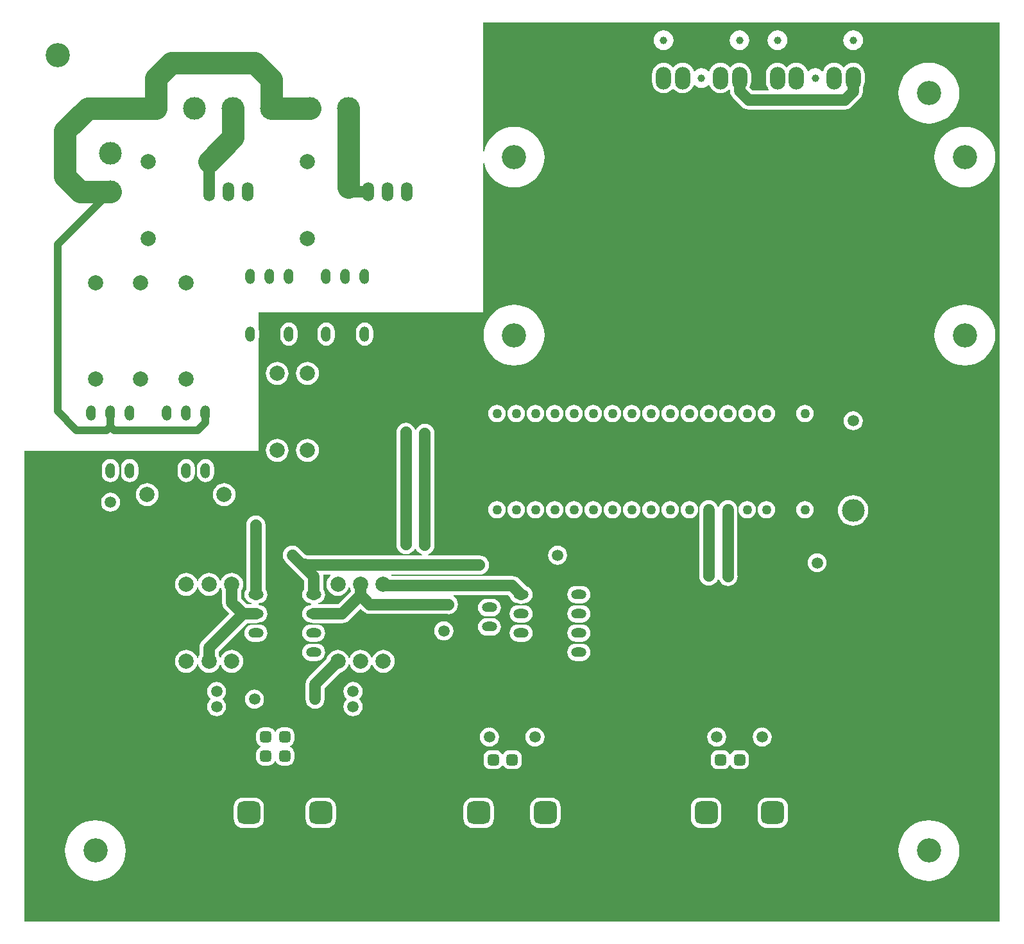
<source format=gbl>
G04 Layer_Physical_Order=2*
G04 Layer_Color=16711680*
%FSLAX25Y25*%
%MOIN*%
G70*
G01*
G75*
%ADD10C,0.03937*%
%ADD11C,0.11811*%
%ADD12C,0.05906*%
%ADD13C,0.07874*%
%ADD14C,0.05906*%
%ADD15C,0.03937*%
G04:AMPARAMS|DCode=16|XSize=98.43mil|YSize=98.43mil|CornerRadius=24.61mil|HoleSize=0mil|Usage=FLASHONLY|Rotation=90.000|XOffset=0mil|YOffset=0mil|HoleType=Round|Shape=RoundedRectangle|*
%AMROUNDEDRECTD16*
21,1,0.09843,0.04921,0,0,90.0*
21,1,0.04921,0.09843,0,0,90.0*
1,1,0.04921,0.02461,0.02461*
1,1,0.04921,0.02461,-0.02461*
1,1,0.04921,-0.02461,-0.02461*
1,1,0.04921,-0.02461,0.02461*
%
%ADD16ROUNDEDRECTD16*%
%ADD17O,0.08000X0.11811*%
G04:AMPARAMS|DCode=18|XSize=118.11mil|YSize=118.11mil|CornerRadius=29.53mil|HoleSize=0mil|Usage=FLASHONLY|Rotation=180.000|XOffset=0mil|YOffset=0mil|HoleType=Round|Shape=RoundedRectangle|*
%AMROUNDEDRECTD18*
21,1,0.11811,0.05906,0,0,180.0*
21,1,0.05906,0.11811,0,0,180.0*
1,1,0.05906,-0.02953,0.02953*
1,1,0.05906,0.02953,0.02953*
1,1,0.05906,0.02953,-0.02953*
1,1,0.05906,-0.02953,-0.02953*
%
%ADD18ROUNDEDRECTD18*%
G04:AMPARAMS|DCode=19|XSize=59.06mil|YSize=59.06mil|CornerRadius=14.76mil|HoleSize=0mil|Usage=FLASHONLY|Rotation=180.000|XOffset=0mil|YOffset=0mil|HoleType=Round|Shape=RoundedRectangle|*
%AMROUNDEDRECTD19*
21,1,0.05906,0.02953,0,0,180.0*
21,1,0.02953,0.05906,0,0,180.0*
1,1,0.02953,-0.01476,0.01476*
1,1,0.02953,0.01476,0.01476*
1,1,0.02953,0.01476,-0.01476*
1,1,0.02953,-0.01476,-0.01476*
%
%ADD19ROUNDEDRECTD19*%
%ADD20O,0.08000X0.05000*%
%ADD21C,0.05000*%
%ADD22C,0.11811*%
%ADD23O,0.05000X0.08000*%
%ADD24O,0.05906X0.10000*%
%ADD25C,0.12598*%
%ADD26C,0.12598*%
%ADD27C,0.06000*%
%ADD28C,0.03000*%
G36*
X509294Y2517D02*
X2517D01*
Y247244D01*
X111417Y247244D01*
X124016Y247244D01*
Y259842D01*
Y304543D01*
X124275Y305168D01*
X124428Y306335D01*
Y309335D01*
X124275Y310501D01*
X124016Y311126D01*
Y319291D01*
X240945D01*
Y360630D01*
Y396617D01*
X241445Y396676D01*
X241866Y394922D01*
X242815Y392632D01*
X244110Y390518D01*
X245720Y388633D01*
X247605Y387023D01*
X249718Y385728D01*
X252008Y384780D01*
X254418Y384201D01*
X256890Y384006D01*
X259361Y384201D01*
X261771Y384780D01*
X264061Y385728D01*
X266175Y387023D01*
X268060Y388633D01*
X269670Y390518D01*
X270965Y392632D01*
X271913Y394922D01*
X272492Y397332D01*
X272686Y399803D01*
X272492Y402274D01*
X271913Y404685D01*
X270965Y406975D01*
X269670Y409088D01*
X268060Y410973D01*
X266175Y412583D01*
X264061Y413878D01*
X261771Y414827D01*
X259361Y415405D01*
X256890Y415600D01*
X254418Y415405D01*
X252008Y414827D01*
X249718Y413878D01*
X247605Y412583D01*
X245720Y410973D01*
X244110Y409088D01*
X242815Y406975D01*
X241866Y404685D01*
X241445Y402930D01*
X240945Y402989D01*
Y469924D01*
X509294D01*
Y2517D01*
D02*
G37*
%LPC*%
G36*
X122795Y213633D02*
X121498Y213463D01*
X120290Y212962D01*
X119252Y212166D01*
X118455Y211128D01*
X117955Y209919D01*
X117784Y208622D01*
X117832Y208260D01*
Y175307D01*
X117392Y174734D01*
X116942Y173647D01*
X116788Y172480D01*
X116942Y171314D01*
X117392Y170227D01*
X118108Y169293D01*
X119042Y168577D01*
X120129Y168127D01*
X120427Y168087D01*
X120559Y167944D01*
X120339Y167444D01*
X118080D01*
X115200Y170324D01*
Y174554D01*
X115719Y175524D01*
X116056Y176638D01*
X116170Y177795D01*
X116056Y178953D01*
X115719Y180066D01*
X115170Y181092D01*
X114432Y181991D01*
X113533Y182729D01*
X112507Y183278D01*
X111394Y183615D01*
X110236Y183729D01*
X109079Y183615D01*
X107965Y183278D01*
X106939Y182729D01*
X106040Y181991D01*
X105302Y181092D01*
X104754Y180066D01*
X104592Y179533D01*
X104069D01*
X103908Y180066D01*
X103359Y181092D01*
X102621Y181991D01*
X101722Y182729D01*
X100696Y183278D01*
X99583Y183615D01*
X98425Y183729D01*
X97268Y183615D01*
X96154Y183278D01*
X95128Y182729D01*
X94229Y181991D01*
X93491Y181092D01*
X92943Y180066D01*
X92781Y179533D01*
X92258D01*
X92097Y180066D01*
X91548Y181092D01*
X90810Y181991D01*
X89911Y182729D01*
X88885Y183278D01*
X87772Y183615D01*
X86614Y183729D01*
X85457Y183615D01*
X84343Y183278D01*
X83317Y182729D01*
X82418Y181991D01*
X81680Y181092D01*
X81132Y180066D01*
X80794Y178953D01*
X80680Y177795D01*
X80794Y176638D01*
X81132Y175524D01*
X81680Y174498D01*
X82418Y173599D01*
X83317Y172861D01*
X84343Y172313D01*
X85457Y171975D01*
X86614Y171861D01*
X87772Y171975D01*
X88885Y172313D01*
X89911Y172861D01*
X90810Y173599D01*
X91548Y174498D01*
X92097Y175524D01*
X92258Y176058D01*
X92781D01*
X92943Y175524D01*
X93491Y174498D01*
X94229Y173599D01*
X95128Y172861D01*
X96154Y172313D01*
X97268Y171975D01*
X98425Y171861D01*
X99583Y171975D01*
X100696Y172313D01*
X101722Y172861D01*
X102621Y173599D01*
X103359Y174498D01*
X103908Y175524D01*
X104069Y176058D01*
X104592D01*
X104754Y175524D01*
X105272Y174554D01*
Y168268D01*
X105442Y166983D01*
X105938Y165786D01*
X106726Y164758D01*
X109004Y162480D01*
X94915Y148392D01*
X94126Y147364D01*
X93631Y146167D01*
X93462Y144882D01*
Y141036D01*
X92943Y140066D01*
X92781Y139532D01*
X92258D01*
X92097Y140066D01*
X91548Y141092D01*
X90810Y141991D01*
X89911Y142729D01*
X88885Y143278D01*
X87772Y143615D01*
X86614Y143729D01*
X85457Y143615D01*
X84343Y143278D01*
X83317Y142729D01*
X82418Y141991D01*
X81680Y141092D01*
X81132Y140066D01*
X80794Y138953D01*
X80680Y137795D01*
X80794Y136638D01*
X81132Y135524D01*
X81680Y134499D01*
X82418Y133599D01*
X83317Y132861D01*
X84343Y132313D01*
X85457Y131975D01*
X86614Y131861D01*
X87772Y131975D01*
X88885Y132313D01*
X89911Y132861D01*
X90810Y133599D01*
X91548Y134499D01*
X92097Y135524D01*
X92258Y136058D01*
X92781D01*
X92943Y135524D01*
X93491Y134499D01*
X94229Y133599D01*
X95128Y132861D01*
X96154Y132313D01*
X97268Y131975D01*
X98425Y131861D01*
X99583Y131975D01*
X100696Y132313D01*
X101722Y132861D01*
X102621Y133599D01*
X103359Y134499D01*
X103908Y135524D01*
X104069Y136058D01*
X104592D01*
X104754Y135524D01*
X105302Y134499D01*
X106040Y133599D01*
X106939Y132861D01*
X107965Y132313D01*
X109079Y131975D01*
X110236Y131861D01*
X111394Y131975D01*
X112507Y132313D01*
X113533Y132861D01*
X114432Y133599D01*
X115170Y134499D01*
X115719Y135524D01*
X116056Y136638D01*
X116170Y137795D01*
X116056Y138953D01*
X115719Y140066D01*
X115170Y141092D01*
X114432Y141991D01*
X113533Y142729D01*
X112507Y143278D01*
X111394Y143615D01*
X110236Y143729D01*
X109079Y143615D01*
X107965Y143278D01*
X106939Y142729D01*
X106040Y141991D01*
X105302Y141092D01*
X104754Y140066D01*
X104592Y139532D01*
X104069D01*
X103908Y140066D01*
X103389Y141036D01*
Y142826D01*
X118080Y157517D01*
X122795D01*
X124080Y157686D01*
X124997Y158066D01*
X125462Y158127D01*
X126549Y158577D01*
X127482Y159293D01*
X128199Y160227D01*
X128649Y161314D01*
X128802Y162480D01*
X128649Y163647D01*
X128199Y164734D01*
X127482Y165667D01*
X126549Y166384D01*
X125462Y166834D01*
X124997Y166895D01*
X124204Y167224D01*
X124203Y167225D01*
X124203Y167736D01*
X124204Y167737D01*
X124997Y168066D01*
X125462Y168127D01*
X126549Y168577D01*
X127482Y169293D01*
X128199Y170227D01*
X128649Y171314D01*
X128802Y172480D01*
X128649Y173647D01*
X128199Y174734D01*
X127759Y175307D01*
Y208260D01*
X127807Y208622D01*
X127636Y209919D01*
X127135Y211128D01*
X126339Y212166D01*
X125301Y212962D01*
X124092Y213463D01*
X122795Y213633D01*
D02*
G37*
G36*
X245595Y170176D02*
X242595D01*
X241428Y170023D01*
X240341Y169572D01*
X239407Y168856D01*
X238691Y167923D01*
X238241Y166836D01*
X238087Y165669D01*
X238241Y164503D01*
X238691Y163416D01*
X239407Y162482D01*
X240341Y161766D01*
X241428Y161316D01*
X242595Y161162D01*
X245595D01*
X246761Y161316D01*
X247848Y161766D01*
X248781Y162482D01*
X249498Y163416D01*
X249948Y164503D01*
X250101Y165669D01*
X249948Y166836D01*
X249498Y167923D01*
X248781Y168856D01*
X247848Y169572D01*
X246761Y170023D01*
X245595Y170176D01*
D02*
G37*
G36*
X279528Y197877D02*
X278243Y197708D01*
X277046Y197212D01*
X276018Y196423D01*
X275229Y195395D01*
X274733Y194198D01*
X274564Y192913D01*
X274733Y191629D01*
X275229Y190431D01*
X276018Y189403D01*
X277046Y188615D01*
X278243Y188119D01*
X279528Y187950D01*
X280812Y188119D01*
X282009Y188615D01*
X283037Y189403D01*
X283826Y190431D01*
X284322Y191629D01*
X284491Y192913D01*
X284322Y194198D01*
X283826Y195395D01*
X283037Y196423D01*
X282009Y197212D01*
X280812Y197708D01*
X279528Y197877D01*
D02*
G37*
G36*
X414370Y193940D02*
X413085Y193771D01*
X411888Y193275D01*
X410860Y192486D01*
X410071Y191458D01*
X409576Y190261D01*
X409406Y188976D01*
X409576Y187692D01*
X410071Y186495D01*
X410860Y185467D01*
X411888Y184678D01*
X413085Y184182D01*
X414370Y184013D01*
X415655Y184182D01*
X416852Y184678D01*
X417880Y185467D01*
X418669Y186495D01*
X419165Y187692D01*
X419334Y188976D01*
X419165Y190261D01*
X418669Y191458D01*
X417880Y192486D01*
X416852Y193275D01*
X415655Y193771D01*
X414370Y193940D01*
D02*
G37*
G36*
X292091Y176987D02*
X289090D01*
X287924Y176834D01*
X286837Y176383D01*
X285904Y175667D01*
X285187Y174734D01*
X284737Y173647D01*
X284583Y172480D01*
X284737Y171314D01*
X285187Y170227D01*
X285904Y169293D01*
X286837Y168577D01*
X287924Y168127D01*
X289090Y167973D01*
X292091D01*
X293257Y168127D01*
X294344Y168577D01*
X295278Y169293D01*
X295994Y170227D01*
X296444Y171314D01*
X296598Y172480D01*
X296444Y173647D01*
X295994Y174734D01*
X295278Y175667D01*
X294344Y176383D01*
X293257Y176834D01*
X292091Y176987D01*
D02*
G37*
G36*
X220472Y158507D02*
X219188Y158338D01*
X217991Y157842D01*
X216963Y157053D01*
X216174Y156025D01*
X215678Y154828D01*
X215509Y153543D01*
X215678Y152259D01*
X216174Y151061D01*
X216963Y150033D01*
X217991Y149245D01*
X219188Y148749D01*
X220472Y148580D01*
X221757Y148749D01*
X222954Y149245D01*
X223982Y150033D01*
X224771Y151061D01*
X225267Y152259D01*
X225436Y153543D01*
X225267Y154828D01*
X224771Y156025D01*
X223982Y157053D01*
X222954Y157842D01*
X221757Y158338D01*
X220472Y158507D01*
D02*
G37*
G36*
X292091Y156987D02*
X289090D01*
X287924Y156834D01*
X286837Y156384D01*
X285904Y155667D01*
X285187Y154734D01*
X284737Y153647D01*
X284583Y152480D01*
X284737Y151314D01*
X285187Y150227D01*
X285904Y149293D01*
X286837Y148577D01*
X287924Y148127D01*
X289090Y147973D01*
X292091D01*
X293257Y148127D01*
X294344Y148577D01*
X295278Y149293D01*
X295994Y150227D01*
X296444Y151314D01*
X296598Y152480D01*
X296444Y153647D01*
X295994Y154734D01*
X295278Y155667D01*
X294344Y156384D01*
X293257Y156834D01*
X292091Y156987D01*
D02*
G37*
G36*
X262090D02*
X259090D01*
X257924Y156834D01*
X256837Y156384D01*
X255904Y155667D01*
X255187Y154734D01*
X254737Y153647D01*
X254584Y152480D01*
X254737Y151314D01*
X255187Y150227D01*
X255904Y149293D01*
X256837Y148577D01*
X257924Y148127D01*
X259090Y147973D01*
X262090D01*
X263257Y148127D01*
X264344Y148577D01*
X265278Y149293D01*
X265994Y150227D01*
X266444Y151314D01*
X266598Y152480D01*
X266444Y153647D01*
X265994Y154734D01*
X265278Y155667D01*
X264344Y156384D01*
X263257Y156834D01*
X262090Y156987D01*
D02*
G37*
G36*
X292091Y166987D02*
X289090D01*
X287924Y166834D01*
X286837Y166384D01*
X285904Y165667D01*
X285187Y164734D01*
X284737Y163647D01*
X284583Y162480D01*
X284737Y161314D01*
X285187Y160227D01*
X285904Y159293D01*
X286837Y158577D01*
X287924Y158127D01*
X289090Y157973D01*
X292091D01*
X293257Y158127D01*
X294344Y158577D01*
X295278Y159293D01*
X295994Y160227D01*
X296444Y161314D01*
X296598Y162480D01*
X296444Y163647D01*
X295994Y164734D01*
X295278Y165667D01*
X294344Y166384D01*
X293257Y166834D01*
X292091Y166987D01*
D02*
G37*
G36*
X262090D02*
X259090D01*
X257924Y166834D01*
X256837Y166384D01*
X255904Y165667D01*
X255187Y164734D01*
X254737Y163647D01*
X254584Y162480D01*
X254737Y161314D01*
X255187Y160227D01*
X255904Y159293D01*
X256837Y158577D01*
X257924Y158127D01*
X259090Y157973D01*
X262090D01*
X263257Y158127D01*
X264344Y158577D01*
X265278Y159293D01*
X265994Y160227D01*
X266444Y161314D01*
X266598Y162480D01*
X266444Y163647D01*
X265994Y164734D01*
X265278Y165667D01*
X264344Y166384D01*
X263257Y166834D01*
X262090Y166987D01*
D02*
G37*
G36*
X245595Y160176D02*
X242595D01*
X241428Y160023D01*
X240341Y159573D01*
X239407Y158856D01*
X238691Y157923D01*
X238241Y156836D01*
X238087Y155669D01*
X238241Y154503D01*
X238691Y153416D01*
X239407Y152482D01*
X240341Y151766D01*
X241428Y151316D01*
X242595Y151162D01*
X245595D01*
X246761Y151316D01*
X247848Y151766D01*
X248781Y152482D01*
X249498Y153416D01*
X249948Y154503D01*
X250101Y155669D01*
X249948Y156836D01*
X249498Y157923D01*
X248781Y158856D01*
X247848Y159573D01*
X246761Y160023D01*
X245595Y160176D01*
D02*
G37*
G36*
X298031Y221042D02*
X296865Y220889D01*
X295778Y220439D01*
X294845Y219722D01*
X294128Y218789D01*
X293678Y217702D01*
X293524Y216535D01*
X293678Y215369D01*
X294128Y214282D01*
X294845Y213349D01*
X295778Y212632D01*
X296865Y212182D01*
X298031Y212028D01*
X299198Y212182D01*
X300285Y212632D01*
X301219Y213349D01*
X301935Y214282D01*
X302385Y215369D01*
X302539Y216535D01*
X302385Y217702D01*
X301935Y218789D01*
X301219Y219722D01*
X300285Y220439D01*
X299198Y220889D01*
X298031Y221042D01*
D02*
G37*
G36*
X288032D02*
X286865Y220889D01*
X285778Y220439D01*
X284844Y219722D01*
X284128Y218789D01*
X283678Y217702D01*
X283524Y216535D01*
X283678Y215369D01*
X284128Y214282D01*
X284844Y213349D01*
X285778Y212632D01*
X286865Y212182D01*
X288032Y212028D01*
X289198Y212182D01*
X290285Y212632D01*
X291218Y213349D01*
X291935Y214282D01*
X292385Y215369D01*
X292539Y216535D01*
X292385Y217702D01*
X291935Y218789D01*
X291218Y219722D01*
X290285Y220439D01*
X289198Y220889D01*
X288032Y221042D01*
D02*
G37*
G36*
X308032D02*
X306865Y220889D01*
X305778Y220439D01*
X304844Y219722D01*
X304128Y218789D01*
X303678Y217702D01*
X303524Y216535D01*
X303678Y215369D01*
X304128Y214282D01*
X304844Y213349D01*
X305778Y212632D01*
X306865Y212182D01*
X308032Y212028D01*
X309198Y212182D01*
X310285Y212632D01*
X311219Y213349D01*
X311935Y214282D01*
X312385Y215369D01*
X312539Y216535D01*
X312385Y217702D01*
X311935Y218789D01*
X311219Y219722D01*
X310285Y220439D01*
X309198Y220889D01*
X308032Y221042D01*
D02*
G37*
G36*
X328031D02*
X326865Y220889D01*
X325778Y220439D01*
X324845Y219722D01*
X324128Y218789D01*
X323678Y217702D01*
X323524Y216535D01*
X323678Y215369D01*
X324128Y214282D01*
X324845Y213349D01*
X325778Y212632D01*
X326865Y212182D01*
X328031Y212028D01*
X329198Y212182D01*
X330285Y212632D01*
X331219Y213349D01*
X331935Y214282D01*
X332385Y215369D01*
X332539Y216535D01*
X332385Y217702D01*
X331935Y218789D01*
X331219Y219722D01*
X330285Y220439D01*
X329198Y220889D01*
X328031Y221042D01*
D02*
G37*
G36*
X318032D02*
X316865Y220889D01*
X315778Y220439D01*
X314844Y219722D01*
X314128Y218789D01*
X313678Y217702D01*
X313524Y216535D01*
X313678Y215369D01*
X314128Y214282D01*
X314844Y213349D01*
X315778Y212632D01*
X316865Y212182D01*
X318032Y212028D01*
X319198Y212182D01*
X320285Y212632D01*
X321218Y213349D01*
X321935Y214282D01*
X322385Y215369D01*
X322538Y216535D01*
X322385Y217702D01*
X321935Y218789D01*
X321218Y219722D01*
X320285Y220439D01*
X319198Y220889D01*
X318032Y221042D01*
D02*
G37*
G36*
X278031D02*
X276865Y220889D01*
X275778Y220439D01*
X274845Y219722D01*
X274128Y218789D01*
X273678Y217702D01*
X273524Y216535D01*
X273678Y215369D01*
X274128Y214282D01*
X274845Y213349D01*
X275778Y212632D01*
X276865Y212182D01*
X278031Y212028D01*
X279198Y212182D01*
X280285Y212632D01*
X281219Y213349D01*
X281935Y214282D01*
X282385Y215369D01*
X282539Y216535D01*
X282385Y217702D01*
X281935Y218789D01*
X281219Y219722D01*
X280285Y220439D01*
X279198Y220889D01*
X278031Y221042D01*
D02*
G37*
G36*
X433071Y224133D02*
X431527Y223980D01*
X430043Y223530D01*
X428675Y222799D01*
X427476Y221815D01*
X426492Y220616D01*
X425761Y219248D01*
X425311Y217764D01*
X425159Y216220D01*
X425311Y214677D01*
X425761Y213193D01*
X426492Y211825D01*
X427476Y210626D01*
X428675Y209642D01*
X430043Y208911D01*
X431527Y208460D01*
X433071Y208308D01*
X434615Y208460D01*
X436099Y208911D01*
X437467Y209642D01*
X438666Y210626D01*
X439649Y211825D01*
X440381Y213193D01*
X440831Y214677D01*
X440983Y216220D01*
X440831Y217764D01*
X440381Y219248D01*
X439649Y220616D01*
X438666Y221815D01*
X437467Y222799D01*
X436099Y223530D01*
X434615Y223980D01*
X433071Y224133D01*
D02*
G37*
G36*
X200787Y261704D02*
X199490Y261533D01*
X198282Y261033D01*
X197244Y260237D01*
X196447Y259199D01*
X195947Y257990D01*
X195776Y256693D01*
X195824Y256331D01*
Y198787D01*
X195776Y198425D01*
X195947Y197128D01*
X196447Y195920D01*
X197244Y194882D01*
X198282Y194085D01*
X199490Y193585D01*
X200787Y193414D01*
X202084Y193585D01*
X203293Y194085D01*
X204331Y194882D01*
X205127Y195920D01*
X205357Y196473D01*
X205898D01*
X206290Y195526D01*
X207086Y194488D01*
X208124Y193692D01*
X209168Y193259D01*
X209069Y192759D01*
X149858D01*
X149316Y192984D01*
X148586Y193080D01*
X145242Y196423D01*
X144214Y197212D01*
X143017Y197708D01*
X141732Y197877D01*
X140448Y197708D01*
X139250Y197212D01*
X138222Y196423D01*
X137434Y195395D01*
X136938Y194198D01*
X136769Y192913D01*
X136938Y191629D01*
X137434Y190431D01*
X138222Y189403D01*
X143734Y183892D01*
X147831Y179794D01*
Y175307D01*
X147392Y174734D01*
X146942Y173647D01*
X146788Y172480D01*
X146942Y171314D01*
X147392Y170227D01*
X148108Y169293D01*
X149042Y168577D01*
X150129Y168127D01*
X150593Y168066D01*
X151387Y167737D01*
X151387Y167736D01*
Y167225D01*
X151387Y167224D01*
X150593Y166895D01*
X150129Y166834D01*
X149042Y166384D01*
X148108Y165667D01*
X147392Y164734D01*
X146942Y163647D01*
X146788Y162480D01*
X146942Y161314D01*
X147392Y160227D01*
X148108Y159293D01*
X149042Y158577D01*
X150129Y158127D01*
X150593Y158066D01*
X151511Y157686D01*
X152795Y157517D01*
X167598D01*
X168883Y157686D01*
X170080Y158182D01*
X171108Y158970D01*
X177165Y165027D01*
X178380Y163813D01*
X179408Y163024D01*
X180605Y162528D01*
X181890Y162359D01*
X222473D01*
X222835Y162311D01*
X224132Y162482D01*
X225340Y162983D01*
X226378Y163779D01*
X227175Y164817D01*
X227675Y166026D01*
X227846Y167323D01*
X227675Y168620D01*
X227175Y169828D01*
X226378Y170866D01*
X225340Y171663D01*
X225247Y171702D01*
X225346Y172202D01*
X253850D01*
X254737Y171314D01*
X254737Y171314D01*
X255187Y170227D01*
X255904Y169293D01*
X256837Y168577D01*
X257924Y168127D01*
X258389Y168066D01*
X259306Y167686D01*
X260591Y167517D01*
X261875Y167686D01*
X262792Y168066D01*
X263257Y168127D01*
X264344Y168577D01*
X265278Y169293D01*
X265994Y170227D01*
X266444Y171314D01*
X266598Y172480D01*
X266444Y173647D01*
X265994Y174734D01*
X265278Y175667D01*
X264344Y176383D01*
X263257Y176834D01*
X263257Y176834D01*
X259415Y180675D01*
X258387Y181464D01*
X257190Y181960D01*
X255906Y182129D01*
X193198D01*
X193030Y182332D01*
X193265Y182832D01*
X238614D01*
X238976Y182784D01*
X240273Y182955D01*
X241482Y183455D01*
X242520Y184252D01*
X243316Y185290D01*
X243817Y186498D01*
X243988Y187795D01*
X243817Y189092D01*
X243316Y190301D01*
X242520Y191339D01*
X241482Y192135D01*
X240273Y192636D01*
X238976Y192807D01*
X238614Y192759D01*
X212191D01*
X212091Y193259D01*
X213136Y193692D01*
X214174Y194488D01*
X214970Y195526D01*
X215471Y196734D01*
X215641Y198031D01*
X215594Y198393D01*
Y255937D01*
X215641Y256299D01*
X215471Y257596D01*
X214970Y258805D01*
X214174Y259843D01*
X213136Y260639D01*
X211927Y261140D01*
X210630Y261311D01*
X209333Y261140D01*
X208124Y260639D01*
X207086Y259843D01*
X206290Y258805D01*
X206061Y258252D01*
X205520D01*
X205127Y259199D01*
X204331Y260237D01*
X203293Y261033D01*
X202084Y261533D01*
X200787Y261704D01*
D02*
G37*
G36*
X248031Y221042D02*
X246865Y220889D01*
X245778Y220439D01*
X244845Y219722D01*
X244128Y218789D01*
X243678Y217702D01*
X243524Y216535D01*
X243678Y215369D01*
X244128Y214282D01*
X244845Y213349D01*
X245778Y212632D01*
X246865Y212182D01*
X248031Y212028D01*
X249198Y212182D01*
X250285Y212632D01*
X251219Y213349D01*
X251935Y214282D01*
X252385Y215369D01*
X252539Y216535D01*
X252385Y217702D01*
X251935Y218789D01*
X251219Y219722D01*
X250285Y220439D01*
X249198Y220889D01*
X248031Y221042D01*
D02*
G37*
G36*
X268032D02*
X266865Y220889D01*
X265778Y220439D01*
X264844Y219722D01*
X264128Y218789D01*
X263678Y217702D01*
X263524Y216535D01*
X263678Y215369D01*
X264128Y214282D01*
X264844Y213349D01*
X265778Y212632D01*
X266865Y212182D01*
X268032Y212028D01*
X269198Y212182D01*
X270285Y212632D01*
X271218Y213349D01*
X271935Y214282D01*
X272385Y215369D01*
X272539Y216535D01*
X272385Y217702D01*
X271935Y218789D01*
X271218Y219722D01*
X270285Y220439D01*
X269198Y220889D01*
X268032Y221042D01*
D02*
G37*
G36*
X258032D02*
X256865Y220889D01*
X255778Y220439D01*
X254844Y219722D01*
X254128Y218789D01*
X253678Y217702D01*
X253524Y216535D01*
X253678Y215369D01*
X254128Y214282D01*
X254844Y213349D01*
X255778Y212632D01*
X256865Y212182D01*
X258032Y212028D01*
X259198Y212182D01*
X260285Y212632D01*
X261219Y213349D01*
X261935Y214282D01*
X262385Y215369D01*
X262539Y216535D01*
X262385Y217702D01*
X261935Y218789D01*
X261219Y219722D01*
X260285Y220439D01*
X259198Y220889D01*
X258032Y221042D01*
D02*
G37*
G36*
X154295Y156987D02*
X151295D01*
X150129Y156834D01*
X149042Y156384D01*
X148108Y155667D01*
X147392Y154734D01*
X146942Y153647D01*
X146788Y152480D01*
X146942Y151314D01*
X147392Y150227D01*
X148108Y149293D01*
X149042Y148577D01*
X150129Y148127D01*
X151295Y147973D01*
X154295D01*
X155462Y148127D01*
X156549Y148577D01*
X157482Y149293D01*
X158198Y150227D01*
X158649Y151314D01*
X158802Y152480D01*
X158649Y153647D01*
X158198Y154734D01*
X157482Y155667D01*
X156549Y156384D01*
X155462Y156834D01*
X154295Y156987D01*
D02*
G37*
G36*
X394291Y66972D02*
X388386D01*
X387101Y66803D01*
X385904Y66307D01*
X384876Y65518D01*
X384087Y64490D01*
X383591Y63293D01*
X383422Y62008D01*
Y56102D01*
X383591Y54818D01*
X384087Y53620D01*
X384876Y52592D01*
X385904Y51804D01*
X387101Y51308D01*
X388386Y51139D01*
X394291D01*
X395576Y51308D01*
X396773Y51804D01*
X397801Y52592D01*
X398590Y53620D01*
X399086Y54818D01*
X399255Y56102D01*
Y62008D01*
X399086Y63293D01*
X398590Y64490D01*
X397801Y65518D01*
X396773Y66307D01*
X395576Y66803D01*
X394291Y66972D01*
D02*
G37*
G36*
X359646D02*
X353740D01*
X352455Y66803D01*
X351258Y66307D01*
X350230Y65518D01*
X349441Y64490D01*
X348946Y63293D01*
X348776Y62008D01*
Y56102D01*
X348946Y54818D01*
X349441Y53620D01*
X350230Y52592D01*
X351258Y51804D01*
X352455Y51308D01*
X353740Y51139D01*
X359646D01*
X360930Y51308D01*
X362127Y51804D01*
X363156Y52592D01*
X363944Y53620D01*
X364440Y54818D01*
X364609Y56102D01*
Y62008D01*
X364440Y63293D01*
X363944Y64490D01*
X363156Y65518D01*
X362127Y66307D01*
X360930Y66803D01*
X359646Y66972D01*
D02*
G37*
G36*
X257382Y91565D02*
X254429D01*
X253530Y91447D01*
X252692Y91100D01*
X251972Y90548D01*
X251420Y89828D01*
X251255Y89429D01*
X250714D01*
X250549Y89828D01*
X249996Y90548D01*
X249277Y91100D01*
X248439Y91447D01*
X247539Y91565D01*
X244587D01*
X243687Y91447D01*
X242849Y91100D01*
X242130Y90548D01*
X241578Y89828D01*
X241230Y88990D01*
X241112Y88090D01*
Y85138D01*
X241230Y84238D01*
X241578Y83400D01*
X242130Y82681D01*
X242849Y82129D01*
X243687Y81782D01*
X244587Y81663D01*
X247539D01*
X248439Y81782D01*
X249277Y82129D01*
X249996Y82681D01*
X250549Y83400D01*
X250714Y83799D01*
X251255D01*
X251420Y83400D01*
X251972Y82681D01*
X252692Y82129D01*
X253530Y81782D01*
X254429Y81663D01*
X257382D01*
X258281Y81782D01*
X259119Y82129D01*
X259839Y82681D01*
X260391Y83400D01*
X260738Y84238D01*
X260857Y85138D01*
Y88090D01*
X260738Y88990D01*
X260391Y89828D01*
X259839Y90548D01*
X259119Y91100D01*
X258281Y91447D01*
X257382Y91565D01*
D02*
G37*
G36*
X244094Y103389D02*
X242810Y103220D01*
X241613Y102724D01*
X240585Y101935D01*
X239796Y100907D01*
X239300Y99710D01*
X239131Y98425D01*
X239300Y97141D01*
X239796Y95943D01*
X240585Y94915D01*
X241613Y94126D01*
X242810Y93631D01*
X244094Y93462D01*
X245379Y93631D01*
X246576Y94126D01*
X247604Y94915D01*
X248393Y95943D01*
X248889Y97141D01*
X249058Y98425D01*
X248889Y99710D01*
X248393Y100907D01*
X247604Y101935D01*
X246576Y102724D01*
X245379Y103220D01*
X244094Y103389D01*
D02*
G37*
G36*
X375492Y91565D02*
X372539D01*
X371640Y91447D01*
X370802Y91100D01*
X370082Y90548D01*
X369530Y89828D01*
X369365Y89429D01*
X368824D01*
X368659Y89828D01*
X368107Y90548D01*
X367387Y91100D01*
X366549Y91447D01*
X365650Y91565D01*
X362697D01*
X361798Y91447D01*
X360960Y91100D01*
X360240Y90548D01*
X359688Y89828D01*
X359341Y88990D01*
X359222Y88090D01*
Y85138D01*
X359341Y84238D01*
X359688Y83400D01*
X360240Y82681D01*
X360960Y82129D01*
X361798Y81782D01*
X362697Y81663D01*
X365650D01*
X366549Y81782D01*
X367387Y82129D01*
X368107Y82681D01*
X368659Y83400D01*
X368824Y83799D01*
X369365D01*
X369530Y83400D01*
X370082Y82681D01*
X370802Y82129D01*
X371640Y81782D01*
X372539Y81663D01*
X375492D01*
X376391Y81782D01*
X377229Y82129D01*
X377949Y82681D01*
X378501Y83400D01*
X378848Y84238D01*
X378967Y85138D01*
Y88090D01*
X378848Y88990D01*
X378501Y89828D01*
X377949Y90548D01*
X377229Y91100D01*
X376391Y91447D01*
X375492Y91565D01*
D02*
G37*
G36*
X276181Y66972D02*
X270276D01*
X268991Y66803D01*
X267794Y66307D01*
X266766Y65518D01*
X265977Y64490D01*
X265481Y63293D01*
X265312Y62008D01*
Y56102D01*
X265481Y54818D01*
X265977Y53620D01*
X266766Y52592D01*
X267794Y51804D01*
X268991Y51308D01*
X270276Y51139D01*
X276181D01*
X277466Y51308D01*
X278663Y51804D01*
X279691Y52592D01*
X280480Y53620D01*
X280976Y54818D01*
X281145Y56102D01*
Y62008D01*
X280976Y63293D01*
X280480Y64490D01*
X279691Y65518D01*
X278663Y66307D01*
X277466Y66803D01*
X276181Y66972D01*
D02*
G37*
G36*
X472441Y55167D02*
X469970Y54972D01*
X467559Y54394D01*
X465269Y53445D01*
X463156Y52150D01*
X461271Y50540D01*
X459661Y48655D01*
X458366Y46542D01*
X457417Y44251D01*
X456839Y41841D01*
X456644Y39370D01*
X456839Y36899D01*
X457417Y34489D01*
X458366Y32199D01*
X459661Y30085D01*
X461271Y28200D01*
X463156Y26590D01*
X465269Y25295D01*
X467559Y24347D01*
X469970Y23768D01*
X472441Y23573D01*
X474912Y23768D01*
X477322Y24347D01*
X479612Y25295D01*
X481726Y26590D01*
X483611Y28200D01*
X485221Y30085D01*
X486516Y32199D01*
X487465Y34489D01*
X488043Y36899D01*
X488238Y39370D01*
X488043Y41841D01*
X487465Y44251D01*
X486516Y46542D01*
X485221Y48655D01*
X483611Y50540D01*
X481726Y52150D01*
X479612Y53445D01*
X477322Y54394D01*
X474912Y54972D01*
X472441Y55167D01*
D02*
G37*
G36*
X39370D02*
X36899Y54972D01*
X34489Y54394D01*
X32199Y53445D01*
X30085Y52150D01*
X28200Y50540D01*
X26590Y48655D01*
X25295Y46542D01*
X24347Y44251D01*
X23768Y41841D01*
X23573Y39370D01*
X23768Y36899D01*
X24347Y34489D01*
X25295Y32199D01*
X26590Y30085D01*
X28200Y28200D01*
X30085Y26590D01*
X32199Y25295D01*
X34489Y24347D01*
X36899Y23768D01*
X39370Y23573D01*
X41841Y23768D01*
X44251Y24347D01*
X46542Y25295D01*
X48655Y26590D01*
X50540Y28200D01*
X52150Y30085D01*
X53445Y32199D01*
X54394Y34489D01*
X54972Y36899D01*
X55167Y39370D01*
X54972Y41841D01*
X54394Y44251D01*
X53445Y46542D01*
X52150Y48655D01*
X50540Y50540D01*
X48655Y52150D01*
X46542Y53445D01*
X44251Y54394D01*
X41841Y54972D01*
X39370Y55167D01*
D02*
G37*
G36*
X122047Y66972D02*
X116142D01*
X114857Y66803D01*
X113660Y66307D01*
X112632Y65518D01*
X111843Y64490D01*
X111347Y63293D01*
X111178Y62008D01*
Y56102D01*
X111347Y54818D01*
X111843Y53620D01*
X112632Y52592D01*
X113660Y51804D01*
X114857Y51308D01*
X116142Y51139D01*
X122047D01*
X123332Y51308D01*
X124529Y51804D01*
X125557Y52592D01*
X126346Y53620D01*
X126842Y54818D01*
X127011Y56102D01*
Y62008D01*
X126842Y63293D01*
X126346Y64490D01*
X125557Y65518D01*
X124529Y66307D01*
X123332Y66803D01*
X122047Y66972D01*
D02*
G37*
G36*
X241535D02*
X235630D01*
X234345Y66803D01*
X233148Y66307D01*
X232120Y65518D01*
X231331Y64490D01*
X230835Y63293D01*
X230666Y62008D01*
Y56102D01*
X230835Y54818D01*
X231331Y53620D01*
X232120Y52592D01*
X233148Y51804D01*
X234345Y51308D01*
X235630Y51139D01*
X241535D01*
X242820Y51308D01*
X244017Y51804D01*
X245045Y52592D01*
X245834Y53620D01*
X246330Y54818D01*
X246499Y56102D01*
Y62008D01*
X246330Y63293D01*
X245834Y64490D01*
X245045Y65518D01*
X244017Y66307D01*
X242820Y66803D01*
X241535Y66972D01*
D02*
G37*
G36*
X159449D02*
X153543D01*
X152259Y66803D01*
X151061Y66307D01*
X150033Y65518D01*
X149245Y64490D01*
X148749Y63293D01*
X148580Y62008D01*
Y56102D01*
X148749Y54818D01*
X149245Y53620D01*
X150033Y52592D01*
X151061Y51804D01*
X152259Y51308D01*
X153543Y51139D01*
X159449D01*
X160733Y51308D01*
X161931Y51804D01*
X162959Y52592D01*
X163748Y53620D01*
X164243Y54818D01*
X164413Y56102D01*
Y62008D01*
X164243Y63293D01*
X163748Y64490D01*
X162959Y65518D01*
X161931Y66307D01*
X160733Y66803D01*
X159449Y66972D01*
D02*
G37*
G36*
X154295Y146987D02*
X151295D01*
X150129Y146834D01*
X149042Y146384D01*
X148108Y145667D01*
X147392Y144734D01*
X146942Y143647D01*
X146788Y142480D01*
X146942Y141314D01*
X147392Y140227D01*
X148108Y139293D01*
X149042Y138577D01*
X150129Y138127D01*
X151295Y137973D01*
X154295D01*
X155462Y138127D01*
X156549Y138577D01*
X157482Y139293D01*
X158198Y140227D01*
X158649Y141314D01*
X158802Y142480D01*
X158649Y143647D01*
X158198Y144734D01*
X157482Y145667D01*
X156549Y146384D01*
X155462Y146834D01*
X154295Y146987D01*
D02*
G37*
G36*
X122047Y123074D02*
X120763Y122905D01*
X119565Y122409D01*
X118537Y121620D01*
X117748Y120592D01*
X117253Y119395D01*
X117084Y118110D01*
X117253Y116825D01*
X117748Y115628D01*
X118537Y114600D01*
X119565Y113812D01*
X120763Y113316D01*
X122047Y113146D01*
X123332Y113316D01*
X124529Y113812D01*
X125557Y114600D01*
X126346Y115628D01*
X126842Y116825D01*
X127011Y118110D01*
X126842Y119395D01*
X126346Y120592D01*
X125557Y121620D01*
X124529Y122409D01*
X123332Y122905D01*
X122047Y123074D01*
D02*
G37*
G36*
X292091Y146987D02*
X289090D01*
X287924Y146834D01*
X286837Y146384D01*
X285904Y145667D01*
X285187Y144734D01*
X284737Y143647D01*
X284583Y142480D01*
X284737Y141314D01*
X285187Y140227D01*
X285904Y139293D01*
X286837Y138577D01*
X287924Y138127D01*
X289090Y137973D01*
X292091D01*
X293257Y138127D01*
X294344Y138577D01*
X295278Y139293D01*
X295994Y140227D01*
X296444Y141314D01*
X296598Y142480D01*
X296444Y143647D01*
X295994Y144734D01*
X295278Y145667D01*
X294344Y146384D01*
X293257Y146834D01*
X292091Y146987D01*
D02*
G37*
G36*
X124295Y156987D02*
X121295D01*
X120129Y156834D01*
X119042Y156384D01*
X118108Y155667D01*
X117392Y154734D01*
X116942Y153647D01*
X116788Y152480D01*
X116942Y151314D01*
X117392Y150227D01*
X118108Y149293D01*
X119042Y148577D01*
X120129Y148127D01*
X121295Y147973D01*
X124295D01*
X125462Y148127D01*
X126549Y148577D01*
X127482Y149293D01*
X128199Y150227D01*
X128649Y151314D01*
X128802Y152480D01*
X128649Y153647D01*
X128199Y154734D01*
X127482Y155667D01*
X126549Y156384D01*
X125462Y156834D01*
X124295Y156987D01*
D02*
G37*
G36*
X188976Y143729D02*
X187819Y143615D01*
X186706Y143278D01*
X185680Y142729D01*
X184780Y141991D01*
X184042Y141092D01*
X183494Y140066D01*
X183332Y139532D01*
X182810D01*
X182648Y140066D01*
X182099Y141092D01*
X181361Y141991D01*
X180462Y142729D01*
X179436Y143278D01*
X178323Y143615D01*
X177165Y143729D01*
X176008Y143615D01*
X174894Y143278D01*
X173869Y142729D01*
X172969Y141991D01*
X172231Y141092D01*
X171683Y140066D01*
X171521Y139532D01*
X170999D01*
X170837Y140066D01*
X170288Y141092D01*
X169550Y141991D01*
X168651Y142729D01*
X167625Y143278D01*
X166512Y143615D01*
X165354Y143729D01*
X164197Y143615D01*
X163084Y143278D01*
X162057Y142729D01*
X161158Y141991D01*
X160420Y141092D01*
X159872Y140066D01*
X159553Y139013D01*
X150033Y129494D01*
X149245Y128466D01*
X148749Y127269D01*
X148580Y125984D01*
Y118110D01*
X148749Y116825D01*
X149245Y115628D01*
X150033Y114600D01*
X151061Y113812D01*
X152259Y113316D01*
X153543Y113146D01*
X154828Y113316D01*
X156025Y113812D01*
X157053Y114600D01*
X157842Y115628D01*
X158338Y116825D01*
X158507Y118110D01*
Y123928D01*
X166572Y131993D01*
X167625Y132313D01*
X168651Y132861D01*
X169550Y133599D01*
X170288Y134499D01*
X170837Y135524D01*
X170999Y136058D01*
X171521D01*
X171683Y135524D01*
X172231Y134499D01*
X172969Y133599D01*
X173869Y132861D01*
X174894Y132313D01*
X176008Y131975D01*
X177165Y131861D01*
X178323Y131975D01*
X179436Y132313D01*
X180462Y132861D01*
X181361Y133599D01*
X182099Y134499D01*
X182648Y135524D01*
X182810Y136058D01*
X183332D01*
X183494Y135524D01*
X184042Y134499D01*
X184780Y133599D01*
X185680Y132861D01*
X186706Y132313D01*
X187819Y131975D01*
X188976Y131861D01*
X190134Y131975D01*
X191247Y132313D01*
X192273Y132861D01*
X193172Y133599D01*
X193910Y134499D01*
X194459Y135524D01*
X194796Y136638D01*
X194910Y137795D01*
X194796Y138953D01*
X194459Y140066D01*
X193910Y141092D01*
X193172Y141991D01*
X192273Y142729D01*
X191247Y143278D01*
X190134Y143615D01*
X188976Y143729D01*
D02*
G37*
G36*
X173228Y127011D02*
X171944Y126842D01*
X170747Y126346D01*
X169719Y125557D01*
X168930Y124529D01*
X168434Y123332D01*
X168265Y122047D01*
X168434Y120763D01*
X168930Y119565D01*
X169719Y118537D01*
X169949Y118360D01*
Y117860D01*
X169719Y117683D01*
X168930Y116655D01*
X168434Y115458D01*
X168265Y114173D01*
X168434Y112889D01*
X168930Y111691D01*
X169719Y110663D01*
X170747Y109874D01*
X171944Y109379D01*
X173228Y109210D01*
X174513Y109379D01*
X175710Y109874D01*
X176738Y110663D01*
X177527Y111691D01*
X178023Y112889D01*
X178192Y114173D01*
X178023Y115458D01*
X177527Y116655D01*
X176738Y117683D01*
X176507Y117860D01*
Y118360D01*
X176738Y118537D01*
X177527Y119565D01*
X178023Y120763D01*
X178192Y122047D01*
X178023Y123332D01*
X177527Y124529D01*
X176738Y125557D01*
X175710Y126346D01*
X174513Y126842D01*
X173228Y127011D01*
D02*
G37*
G36*
X362205Y103389D02*
X360920Y103220D01*
X359723Y102724D01*
X358695Y101935D01*
X357906Y100907D01*
X357410Y99710D01*
X357241Y98425D01*
X357410Y97141D01*
X357906Y95943D01*
X358695Y94915D01*
X359723Y94126D01*
X360920Y93631D01*
X362205Y93462D01*
X363489Y93631D01*
X364687Y94126D01*
X365715Y94915D01*
X366503Y95943D01*
X366999Y97141D01*
X367168Y98425D01*
X366999Y99710D01*
X366503Y100907D01*
X365715Y101935D01*
X364687Y102724D01*
X363489Y103220D01*
X362205Y103389D01*
D02*
G37*
G36*
X267717Y103389D02*
X266432Y103220D01*
X265235Y102724D01*
X264207Y101935D01*
X263418Y100907D01*
X262922Y99710D01*
X262753Y98425D01*
X262922Y97141D01*
X263418Y95943D01*
X264207Y94915D01*
X265235Y94126D01*
X266432Y93631D01*
X267717Y93462D01*
X269001Y93631D01*
X270198Y94126D01*
X271226Y94915D01*
X272015Y95943D01*
X272511Y97141D01*
X272680Y98425D01*
X272511Y99710D01*
X272015Y100907D01*
X271226Y101935D01*
X270198Y102724D01*
X269001Y103220D01*
X267717Y103389D01*
D02*
G37*
G36*
X385827Y103389D02*
X384542Y103220D01*
X383345Y102724D01*
X382317Y101935D01*
X381528Y100907D01*
X381032Y99710D01*
X380863Y98425D01*
X381032Y97141D01*
X381528Y95943D01*
X382317Y94915D01*
X383345Y94126D01*
X384542Y93631D01*
X385827Y93462D01*
X387111Y93631D01*
X388309Y94126D01*
X389337Y94915D01*
X390125Y95943D01*
X390621Y97141D01*
X390791Y98425D01*
X390621Y99710D01*
X390125Y100907D01*
X389337Y101935D01*
X388309Y102724D01*
X387111Y103220D01*
X385827Y103389D01*
D02*
G37*
G36*
X102362Y127011D02*
X101077Y126842D01*
X99880Y126346D01*
X98852Y125557D01*
X98063Y124529D01*
X97568Y123332D01*
X97399Y122047D01*
X97568Y120763D01*
X98063Y119565D01*
X98852Y118537D01*
X99083Y118360D01*
Y117860D01*
X98852Y117683D01*
X98063Y116655D01*
X97568Y115458D01*
X97399Y114173D01*
X97568Y112889D01*
X98063Y111691D01*
X98852Y110663D01*
X99880Y109874D01*
X101077Y109379D01*
X102362Y109210D01*
X103647Y109379D01*
X104844Y109874D01*
X105872Y110663D01*
X106661Y111691D01*
X107157Y112889D01*
X107326Y114173D01*
X107157Y115458D01*
X106661Y116655D01*
X105872Y117683D01*
X105641Y117860D01*
Y118360D01*
X105872Y118537D01*
X106661Y119565D01*
X107157Y120763D01*
X107326Y122047D01*
X107157Y123332D01*
X106661Y124529D01*
X105872Y125557D01*
X104844Y126346D01*
X103647Y126842D01*
X102362Y127011D01*
D02*
G37*
G36*
X139272Y103376D02*
X136319D01*
X135420Y103258D01*
X134582Y102911D01*
X133862Y102358D01*
X133310Y101639D01*
X133145Y101240D01*
X132603D01*
X132438Y101639D01*
X131886Y102358D01*
X131166Y102911D01*
X130328Y103258D01*
X129429Y103376D01*
X126476D01*
X125577Y103258D01*
X124739Y102911D01*
X124020Y102358D01*
X123467Y101639D01*
X123120Y100801D01*
X123002Y99902D01*
Y96949D01*
X123120Y96049D01*
X123467Y95211D01*
X124020Y94492D01*
X124739Y93940D01*
X125138Y93774D01*
Y93233D01*
X124739Y93068D01*
X124020Y92516D01*
X123467Y91796D01*
X123120Y90958D01*
X123002Y90059D01*
Y87106D01*
X123120Y86207D01*
X123467Y85369D01*
X124020Y84649D01*
X124739Y84097D01*
X125577Y83750D01*
X126476Y83632D01*
X129429D01*
X130328Y83750D01*
X131166Y84097D01*
X131886Y84649D01*
X132438Y85369D01*
X132603Y85768D01*
X133145D01*
X133310Y85369D01*
X133862Y84649D01*
X134582Y84097D01*
X135420Y83750D01*
X136319Y83632D01*
X139272D01*
X140171Y83750D01*
X141009Y84097D01*
X141729Y84649D01*
X142281Y85369D01*
X142628Y86207D01*
X142746Y87106D01*
Y90059D01*
X142628Y90958D01*
X142281Y91796D01*
X141729Y92516D01*
X141009Y93068D01*
X140610Y93233D01*
Y93774D01*
X141009Y93940D01*
X141729Y94492D01*
X142281Y95211D01*
X142628Y96049D01*
X142746Y96949D01*
Y99902D01*
X142628Y100801D01*
X142281Y101639D01*
X141729Y102358D01*
X141009Y102911D01*
X140171Y103258D01*
X139272Y103376D01*
D02*
G37*
G36*
X338032Y221042D02*
X336865Y220889D01*
X335778Y220439D01*
X334844Y219722D01*
X334128Y218789D01*
X333678Y217702D01*
X333524Y216535D01*
X333678Y215369D01*
X334128Y214282D01*
X334844Y213349D01*
X335778Y212632D01*
X336865Y212182D01*
X338032Y212028D01*
X339198Y212182D01*
X340285Y212632D01*
X341218Y213349D01*
X341935Y214282D01*
X342385Y215369D01*
X342539Y216535D01*
X342385Y217702D01*
X341935Y218789D01*
X341218Y219722D01*
X340285Y220439D01*
X339198Y220889D01*
X338032Y221042D01*
D02*
G37*
G36*
X378031Y271042D02*
X376865Y270889D01*
X375778Y270439D01*
X374845Y269722D01*
X374128Y268789D01*
X373678Y267702D01*
X373524Y266535D01*
X373678Y265369D01*
X374128Y264282D01*
X374845Y263349D01*
X375778Y262632D01*
X376865Y262182D01*
X378031Y262028D01*
X379198Y262182D01*
X380285Y262632D01*
X381219Y263349D01*
X381935Y264282D01*
X382385Y265369D01*
X382539Y266535D01*
X382385Y267702D01*
X381935Y268789D01*
X381219Y269722D01*
X380285Y270439D01*
X379198Y270889D01*
X378031Y271042D01*
D02*
G37*
G36*
X368032D02*
X366865Y270889D01*
X365778Y270439D01*
X364844Y269722D01*
X364128Y268789D01*
X363678Y267702D01*
X363524Y266535D01*
X363678Y265369D01*
X364128Y264282D01*
X364844Y263349D01*
X365778Y262632D01*
X366865Y262182D01*
X368032Y262028D01*
X369198Y262182D01*
X370285Y262632D01*
X371218Y263349D01*
X371935Y264282D01*
X372385Y265369D01*
X372538Y266535D01*
X372385Y267702D01*
X371935Y268789D01*
X371218Y269722D01*
X370285Y270439D01*
X369198Y270889D01*
X368032Y271042D01*
D02*
G37*
G36*
X388032D02*
X386865Y270889D01*
X385778Y270439D01*
X384844Y269722D01*
X384128Y268789D01*
X383678Y267702D01*
X383524Y266535D01*
X383678Y265369D01*
X384128Y264282D01*
X384844Y263349D01*
X385778Y262632D01*
X386865Y262182D01*
X388032Y262028D01*
X389198Y262182D01*
X390285Y262632D01*
X391218Y263349D01*
X391935Y264282D01*
X392385Y265369D01*
X392539Y266535D01*
X392385Y267702D01*
X391935Y268789D01*
X391218Y269722D01*
X390285Y270439D01*
X389198Y270889D01*
X388032Y271042D01*
D02*
G37*
G36*
X149606Y293336D02*
X148449Y293222D01*
X147335Y292884D01*
X146309Y292336D01*
X145410Y291598D01*
X144672Y290698D01*
X144124Y289672D01*
X143786Y288559D01*
X143672Y287402D01*
X143786Y286244D01*
X144124Y285131D01*
X144672Y284105D01*
X145410Y283206D01*
X146309Y282468D01*
X147335Y281919D01*
X148449Y281581D01*
X149606Y281468D01*
X150764Y281581D01*
X151877Y281919D01*
X152903Y282468D01*
X153802Y283206D01*
X154540Y284105D01*
X155089Y285131D01*
X155426Y286244D01*
X155540Y287402D01*
X155426Y288559D01*
X155089Y289672D01*
X154540Y290698D01*
X153802Y291598D01*
X152903Y292336D01*
X151877Y292884D01*
X150764Y293222D01*
X149606Y293336D01*
D02*
G37*
G36*
X133858D02*
X132701Y293222D01*
X131587Y292884D01*
X130561Y292336D01*
X129662Y291598D01*
X128924Y290698D01*
X128376Y289672D01*
X128038Y288559D01*
X127924Y287402D01*
X128038Y286244D01*
X128376Y285131D01*
X128924Y284105D01*
X129662Y283206D01*
X130561Y282468D01*
X131587Y281919D01*
X132701Y281581D01*
X133858Y281468D01*
X135016Y281581D01*
X136129Y281919D01*
X137155Y282468D01*
X138054Y283206D01*
X138792Y284105D01*
X139341Y285131D01*
X139678Y286244D01*
X139792Y287402D01*
X139678Y288559D01*
X139341Y289672D01*
X138792Y290698D01*
X138054Y291598D01*
X137155Y292336D01*
X136129Y292884D01*
X135016Y293222D01*
X133858Y293336D01*
D02*
G37*
G36*
X358032Y271042D02*
X356865Y270889D01*
X355778Y270439D01*
X354844Y269722D01*
X354128Y268789D01*
X353678Y267702D01*
X353524Y266535D01*
X353678Y265369D01*
X354128Y264282D01*
X354844Y263349D01*
X355778Y262632D01*
X356865Y262182D01*
X358032Y262028D01*
X359198Y262182D01*
X360285Y262632D01*
X361219Y263349D01*
X361935Y264282D01*
X362385Y265369D01*
X362539Y266535D01*
X362385Y267702D01*
X361935Y268789D01*
X361219Y269722D01*
X360285Y270439D01*
X359198Y270889D01*
X358032Y271042D01*
D02*
G37*
G36*
X318032D02*
X316865Y270889D01*
X315778Y270439D01*
X314844Y269722D01*
X314128Y268789D01*
X313678Y267702D01*
X313524Y266535D01*
X313678Y265369D01*
X314128Y264282D01*
X314844Y263349D01*
X315778Y262632D01*
X316865Y262182D01*
X318032Y262028D01*
X319198Y262182D01*
X320285Y262632D01*
X321218Y263349D01*
X321935Y264282D01*
X322385Y265369D01*
X322538Y266535D01*
X322385Y267702D01*
X321935Y268789D01*
X321218Y269722D01*
X320285Y270439D01*
X319198Y270889D01*
X318032Y271042D01*
D02*
G37*
G36*
X308032D02*
X306865Y270889D01*
X305778Y270439D01*
X304844Y269722D01*
X304128Y268789D01*
X303678Y267702D01*
X303524Y266535D01*
X303678Y265369D01*
X304128Y264282D01*
X304844Y263349D01*
X305778Y262632D01*
X306865Y262182D01*
X308032Y262028D01*
X309198Y262182D01*
X310285Y262632D01*
X311219Y263349D01*
X311935Y264282D01*
X312385Y265369D01*
X312539Y266535D01*
X312385Y267702D01*
X311935Y268789D01*
X311219Y269722D01*
X310285Y270439D01*
X309198Y270889D01*
X308032Y271042D01*
D02*
G37*
G36*
X328031D02*
X326865Y270889D01*
X325778Y270439D01*
X324845Y269722D01*
X324128Y268789D01*
X323678Y267702D01*
X323524Y266535D01*
X323678Y265369D01*
X324128Y264282D01*
X324845Y263349D01*
X325778Y262632D01*
X326865Y262182D01*
X328031Y262028D01*
X329198Y262182D01*
X330285Y262632D01*
X331219Y263349D01*
X331935Y264282D01*
X332385Y265369D01*
X332539Y266535D01*
X332385Y267702D01*
X331935Y268789D01*
X331219Y269722D01*
X330285Y270439D01*
X329198Y270889D01*
X328031Y271042D01*
D02*
G37*
G36*
X348031D02*
X346865Y270889D01*
X345778Y270439D01*
X344845Y269722D01*
X344128Y268789D01*
X343678Y267702D01*
X343524Y266535D01*
X343678Y265369D01*
X344128Y264282D01*
X344845Y263349D01*
X345778Y262632D01*
X346865Y262182D01*
X348031Y262028D01*
X349198Y262182D01*
X350285Y262632D01*
X351219Y263349D01*
X351935Y264282D01*
X352385Y265369D01*
X352539Y266535D01*
X352385Y267702D01*
X351935Y268789D01*
X351219Y269722D01*
X350285Y270439D01*
X349198Y270889D01*
X348031Y271042D01*
D02*
G37*
G36*
X338032D02*
X336865Y270889D01*
X335778Y270439D01*
X334844Y269722D01*
X334128Y268789D01*
X333678Y267702D01*
X333524Y266535D01*
X333678Y265369D01*
X334128Y264282D01*
X334844Y263349D01*
X335778Y262632D01*
X336865Y262182D01*
X338032Y262028D01*
X339198Y262182D01*
X340285Y262632D01*
X341218Y263349D01*
X341935Y264282D01*
X342385Y265369D01*
X342539Y266535D01*
X342385Y267702D01*
X341935Y268789D01*
X341218Y269722D01*
X340285Y270439D01*
X339198Y270889D01*
X338032Y271042D01*
D02*
G37*
G36*
X256890Y323080D02*
X254418Y322886D01*
X252008Y322307D01*
X249718Y321358D01*
X247605Y320063D01*
X245720Y318453D01*
X244110Y316568D01*
X242815Y314455D01*
X241866Y312165D01*
X241287Y309755D01*
X241093Y307283D01*
X241287Y304812D01*
X241866Y302402D01*
X242815Y300112D01*
X244110Y297998D01*
X245720Y296113D01*
X247605Y294504D01*
X249718Y293209D01*
X252008Y292260D01*
X254418Y291681D01*
X256890Y291487D01*
X259361Y291681D01*
X261771Y292260D01*
X264061Y293209D01*
X266175Y294504D01*
X268060Y296113D01*
X269670Y297998D01*
X270965Y300112D01*
X271913Y302402D01*
X272492Y304812D01*
X272686Y307283D01*
X272492Y309755D01*
X271913Y312165D01*
X270965Y314455D01*
X269670Y316568D01*
X268060Y318453D01*
X266175Y320063D01*
X264061Y321358D01*
X261771Y322307D01*
X259361Y322886D01*
X256890Y323080D01*
D02*
G37*
G36*
X334646Y465792D02*
X333310Y465616D01*
X332065Y465101D01*
X330995Y464280D01*
X330175Y463211D01*
X329659Y461966D01*
X329483Y460630D01*
X329659Y459294D01*
X330175Y458049D01*
X330995Y456980D01*
X332065Y456159D01*
X333310Y455644D01*
X334646Y455468D01*
X335982Y455644D01*
X337227Y456159D01*
X338296Y456980D01*
X339116Y458049D01*
X339632Y459294D01*
X339808Y460630D01*
X339632Y461966D01*
X339116Y463211D01*
X338296Y464280D01*
X337227Y465101D01*
X335982Y465616D01*
X334646Y465792D01*
D02*
G37*
G36*
X433071Y448848D02*
X431901Y448733D01*
X430776Y448391D01*
X429739Y447837D01*
X428830Y447091D01*
X428400Y446567D01*
X427900D01*
X427469Y447091D01*
X426560Y447837D01*
X425523Y448391D01*
X424398Y448733D01*
X423228Y448848D01*
X422058Y448733D01*
X420933Y448391D01*
X419896Y447837D01*
X418988Y447091D01*
X418242Y446182D01*
X417688Y445146D01*
X417551Y444695D01*
X417086Y444584D01*
X417005Y444619D01*
X415967Y445415D01*
X414722Y445931D01*
X413386Y446107D01*
X412050Y445931D01*
X410805Y445415D01*
X409766Y444619D01*
X409686Y444584D01*
X409221Y444695D01*
X409084Y445146D01*
X408530Y446182D01*
X407784Y447091D01*
X406875Y447837D01*
X405838Y448391D01*
X404713Y448733D01*
X403543Y448848D01*
X402373Y448733D01*
X401248Y448391D01*
X400211Y447837D01*
X399303Y447091D01*
X398872Y446567D01*
X398372D01*
X397942Y447091D01*
X397033Y447837D01*
X395996Y448391D01*
X394871Y448733D01*
X393701Y448848D01*
X392531Y448733D01*
X391406Y448391D01*
X390369Y447837D01*
X389460Y447091D01*
X388714Y446182D01*
X388160Y445146D01*
X387819Y444020D01*
X387703Y442850D01*
Y439039D01*
X387819Y437869D01*
X388160Y436744D01*
X388714Y435707D01*
X389302Y434991D01*
X389065Y434491D01*
X380796D01*
X379204Y436084D01*
X379557Y436744D01*
X379898Y437869D01*
X380013Y439039D01*
Y442850D01*
X379898Y444020D01*
X379557Y445146D01*
X379002Y446182D01*
X378257Y447091D01*
X377348Y447837D01*
X376311Y448391D01*
X375186Y448733D01*
X374016Y448848D01*
X372846Y448733D01*
X371721Y448391D01*
X370684Y447837D01*
X369775Y447091D01*
X369344Y446567D01*
X368845D01*
X368414Y447091D01*
X367505Y447837D01*
X366468Y448391D01*
X365343Y448733D01*
X364173Y448848D01*
X363003Y448733D01*
X361878Y448391D01*
X360841Y447837D01*
X359932Y447091D01*
X359187Y446182D01*
X358632Y445146D01*
X358496Y444695D01*
X358031Y444584D01*
X357950Y444619D01*
X356912Y445415D01*
X355667Y445931D01*
X354331Y446107D01*
X352995Y445931D01*
X351750Y445415D01*
X350711Y444619D01*
X350630Y444584D01*
X350166Y444695D01*
X350029Y445146D01*
X349475Y446182D01*
X348729Y447091D01*
X347820Y447837D01*
X346783Y448391D01*
X345658Y448733D01*
X344488Y448848D01*
X343318Y448733D01*
X342193Y448391D01*
X341156Y447837D01*
X340247Y447091D01*
X339817Y446567D01*
X339317D01*
X338886Y447091D01*
X337978Y447837D01*
X336941Y448391D01*
X335816Y448733D01*
X334646Y448848D01*
X333476Y448733D01*
X332351Y448391D01*
X331314Y447837D01*
X330405Y447091D01*
X329659Y446182D01*
X329105Y445146D01*
X328764Y444020D01*
X328648Y442850D01*
Y439039D01*
X328764Y437869D01*
X329105Y436744D01*
X329659Y435707D01*
X330405Y434799D01*
X331314Y434053D01*
X332351Y433498D01*
X333476Y433157D01*
X334646Y433042D01*
X335816Y433157D01*
X336941Y433498D01*
X337978Y434053D01*
X338886Y434799D01*
X339317Y435323D01*
X339817D01*
X340247Y434799D01*
X341156Y434053D01*
X342193Y433498D01*
X343318Y433157D01*
X344488Y433042D01*
X345658Y433157D01*
X346783Y433498D01*
X347820Y434053D01*
X348729Y434799D01*
X349475Y435707D01*
X350029Y436744D01*
X350166Y437195D01*
X350630Y437306D01*
X350711Y437271D01*
X351750Y436474D01*
X352995Y435958D01*
X354331Y435783D01*
X355667Y435958D01*
X356912Y436474D01*
X357950Y437271D01*
X358031Y437306D01*
X358496Y437195D01*
X358632Y436744D01*
X359187Y435707D01*
X359932Y434799D01*
X360841Y434053D01*
X361878Y433498D01*
X363003Y433157D01*
X364173Y433042D01*
X365343Y433157D01*
X366468Y433498D01*
X367505Y434053D01*
X368414Y434799D01*
X368581Y435002D01*
X369052Y434834D01*
Y434252D01*
X369221Y432967D01*
X369717Y431770D01*
X370506Y430742D01*
X375230Y426018D01*
X376258Y425229D01*
X377455Y424733D01*
X378740Y424564D01*
X428740D01*
X430025Y424733D01*
X431222Y425229D01*
X432250Y426018D01*
X436581Y430348D01*
X437370Y431376D01*
X437865Y432574D01*
X438035Y433858D01*
Y435679D01*
X438058Y435707D01*
X438612Y436744D01*
X438953Y437869D01*
X439068Y439039D01*
Y442850D01*
X438953Y444020D01*
X438612Y445146D01*
X438058Y446182D01*
X437312Y447091D01*
X436403Y447837D01*
X435366Y448391D01*
X434241Y448733D01*
X433071Y448848D01*
D02*
G37*
G36*
X374016Y465792D02*
X372680Y465616D01*
X371435Y465101D01*
X370366Y464280D01*
X369545Y463211D01*
X369029Y461966D01*
X368853Y460630D01*
X369029Y459294D01*
X369545Y458049D01*
X370366Y456980D01*
X371435Y456159D01*
X372680Y455644D01*
X374016Y455468D01*
X375352Y455644D01*
X376597Y456159D01*
X377666Y456980D01*
X378486Y458049D01*
X379002Y459294D01*
X379178Y460630D01*
X379002Y461966D01*
X378486Y463211D01*
X377666Y464280D01*
X376597Y465101D01*
X375352Y465616D01*
X374016Y465792D01*
D02*
G37*
G36*
X433071D02*
X431735Y465616D01*
X430490Y465101D01*
X429421Y464280D01*
X428600Y463211D01*
X428085Y461966D01*
X427909Y460630D01*
X428085Y459294D01*
X428600Y458049D01*
X429421Y456980D01*
X430490Y456159D01*
X431735Y455644D01*
X433071Y455468D01*
X434407Y455644D01*
X435652Y456159D01*
X436721Y456980D01*
X437541Y458049D01*
X438057Y459294D01*
X438233Y460630D01*
X438057Y461966D01*
X437541Y463211D01*
X436721Y464280D01*
X435652Y465101D01*
X434407Y465616D01*
X433071Y465792D01*
D02*
G37*
G36*
X393701D02*
X392365Y465616D01*
X391120Y465101D01*
X390051Y464280D01*
X389230Y463211D01*
X388714Y461966D01*
X388539Y460630D01*
X388714Y459294D01*
X389230Y458049D01*
X390051Y456980D01*
X391120Y456159D01*
X392365Y455644D01*
X393701Y455468D01*
X395037Y455644D01*
X396282Y456159D01*
X397351Y456980D01*
X398171Y458049D01*
X398687Y459294D01*
X398863Y460630D01*
X398687Y461966D01*
X398171Y463211D01*
X397351Y464280D01*
X396282Y465101D01*
X395037Y465616D01*
X393701Y465792D01*
D02*
G37*
G36*
X472441Y448868D02*
X469970Y448673D01*
X467559Y448094D01*
X465269Y447146D01*
X463156Y445851D01*
X461271Y444241D01*
X459661Y442356D01*
X458366Y440242D01*
X457417Y437952D01*
X456839Y435542D01*
X456644Y433071D01*
X456839Y430600D01*
X457417Y428189D01*
X458366Y425899D01*
X459661Y423786D01*
X461271Y421901D01*
X463156Y420291D01*
X465269Y418996D01*
X467559Y418047D01*
X469970Y417469D01*
X472441Y417274D01*
X474912Y417469D01*
X477322Y418047D01*
X479612Y418996D01*
X481726Y420291D01*
X483611Y421901D01*
X485221Y423786D01*
X486516Y425899D01*
X487465Y428189D01*
X488043Y430600D01*
X488238Y433071D01*
X488043Y435542D01*
X487465Y437952D01*
X486516Y440242D01*
X485221Y442356D01*
X483611Y444241D01*
X481726Y445851D01*
X479612Y447146D01*
X477322Y448094D01*
X474912Y448673D01*
X472441Y448868D01*
D02*
G37*
G36*
X139921Y313842D02*
X138755Y313688D01*
X137668Y313238D01*
X136734Y312522D01*
X136018Y311588D01*
X135568Y310501D01*
X135414Y309335D01*
Y306335D01*
X135568Y305168D01*
X136018Y304081D01*
X136734Y303148D01*
X137668Y302431D01*
X138755Y301981D01*
X139921Y301828D01*
X141088Y301981D01*
X142175Y302431D01*
X143108Y303148D01*
X143825Y304081D01*
X144275Y305168D01*
X144428Y306335D01*
Y309335D01*
X144275Y310501D01*
X143825Y311588D01*
X143108Y312522D01*
X142175Y313238D01*
X141088Y313688D01*
X139921Y313842D01*
D02*
G37*
G36*
X491142Y323080D02*
X488671Y322886D01*
X486260Y322307D01*
X483970Y321358D01*
X481857Y320063D01*
X479972Y318453D01*
X478362Y316568D01*
X477067Y314455D01*
X476118Y312165D01*
X475540Y309755D01*
X475345Y307283D01*
X475540Y304812D01*
X476118Y302402D01*
X477067Y300112D01*
X478362Y297998D01*
X479972Y296113D01*
X481857Y294504D01*
X483970Y293209D01*
X486260Y292260D01*
X488671Y291681D01*
X491142Y291487D01*
X493613Y291681D01*
X496023Y292260D01*
X498313Y293209D01*
X500427Y294504D01*
X502312Y296113D01*
X503922Y297998D01*
X505217Y300112D01*
X506165Y302402D01*
X506744Y304812D01*
X506939Y307283D01*
X506744Y309755D01*
X506165Y312165D01*
X505217Y314455D01*
X503922Y316568D01*
X502312Y318453D01*
X500427Y320063D01*
X498313Y321358D01*
X496023Y322307D01*
X493613Y322886D01*
X491142Y323080D01*
D02*
G37*
G36*
X159291Y313842D02*
X158125Y313688D01*
X157038Y313238D01*
X156104Y312522D01*
X155388Y311588D01*
X154938Y310501D01*
X154784Y309335D01*
Y306335D01*
X154938Y305168D01*
X155388Y304081D01*
X156104Y303148D01*
X157038Y302431D01*
X158125Y301981D01*
X159291Y301828D01*
X160458Y301981D01*
X161545Y302431D01*
X162478Y303148D01*
X163195Y304081D01*
X163645Y305168D01*
X163798Y306335D01*
Y309335D01*
X163645Y310501D01*
X163195Y311588D01*
X162478Y312522D01*
X161545Y313238D01*
X160458Y313688D01*
X159291Y313842D01*
D02*
G37*
G36*
X491142Y415600D02*
X488671Y415405D01*
X486260Y414827D01*
X483970Y413878D01*
X481857Y412583D01*
X479972Y410973D01*
X478362Y409088D01*
X477067Y406975D01*
X476118Y404685D01*
X475539Y402274D01*
X475345Y399803D01*
X475539Y397332D01*
X476118Y394922D01*
X477067Y392632D01*
X478362Y390518D01*
X479972Y388633D01*
X481857Y387023D01*
X483970Y385728D01*
X486260Y384780D01*
X488671Y384201D01*
X491142Y384006D01*
X493613Y384201D01*
X496023Y384780D01*
X498313Y385728D01*
X500427Y387023D01*
X502312Y388633D01*
X503922Y390518D01*
X505217Y392632D01*
X506165Y394922D01*
X506744Y397332D01*
X506939Y399803D01*
X506744Y402274D01*
X506165Y404685D01*
X505217Y406975D01*
X503922Y409088D01*
X502312Y410973D01*
X500427Y412583D01*
X498313Y413878D01*
X496023Y414827D01*
X493613Y415405D01*
X491142Y415600D01*
D02*
G37*
G36*
X179291Y313842D02*
X178125Y313688D01*
X177038Y313238D01*
X176104Y312522D01*
X175388Y311588D01*
X174938Y310501D01*
X174784Y309335D01*
Y306335D01*
X174938Y305168D01*
X175388Y304081D01*
X176104Y303148D01*
X177038Y302431D01*
X178125Y301981D01*
X179291Y301828D01*
X180458Y301981D01*
X181545Y302431D01*
X182478Y303148D01*
X183195Y304081D01*
X183645Y305168D01*
X183798Y306335D01*
Y309335D01*
X183645Y310501D01*
X183195Y311588D01*
X182478Y312522D01*
X181545Y313238D01*
X180458Y313688D01*
X179291Y313842D01*
D02*
G37*
G36*
X106299Y230344D02*
X105141Y230229D01*
X104028Y229892D01*
X103002Y229343D01*
X102103Y228606D01*
X101365Y227706D01*
X100817Y226680D01*
X100479Y225567D01*
X100365Y224409D01*
X100479Y223252D01*
X100817Y222139D01*
X101365Y221113D01*
X102103Y220213D01*
X103002Y219475D01*
X104028Y218927D01*
X105141Y218589D01*
X106299Y218475D01*
X107457Y218589D01*
X108570Y218927D01*
X109596Y219475D01*
X110495Y220213D01*
X111233Y221113D01*
X111782Y222139D01*
X112119Y223252D01*
X112233Y224409D01*
X112119Y225567D01*
X111782Y226680D01*
X111233Y227706D01*
X110495Y228606D01*
X109596Y229343D01*
X108570Y229892D01*
X107457Y230229D01*
X106299Y230344D01*
D02*
G37*
G36*
X66299D02*
X65141Y230229D01*
X64028Y229892D01*
X63002Y229343D01*
X62103Y228606D01*
X61365Y227706D01*
X60817Y226680D01*
X60479Y225567D01*
X60365Y224409D01*
X60479Y223252D01*
X60817Y222139D01*
X61365Y221113D01*
X62103Y220213D01*
X63002Y219475D01*
X64028Y218927D01*
X65141Y218589D01*
X66299Y218475D01*
X67457Y218589D01*
X68570Y218927D01*
X69596Y219475D01*
X70495Y220213D01*
X71233Y221113D01*
X71782Y222139D01*
X72119Y223252D01*
X72233Y224409D01*
X72119Y225567D01*
X71782Y226680D01*
X71233Y227706D01*
X70495Y228606D01*
X69596Y229343D01*
X68570Y229892D01*
X67457Y230229D01*
X66299Y230344D01*
D02*
G37*
G36*
X47244Y242976D02*
X46078Y242822D01*
X44991Y242372D01*
X44057Y241655D01*
X43341Y240722D01*
X42891Y239635D01*
X42737Y238469D01*
Y235469D01*
X42891Y234302D01*
X43341Y233215D01*
X44057Y232281D01*
X44991Y231565D01*
X46078Y231115D01*
X47244Y230961D01*
X48411Y231115D01*
X49498Y231565D01*
X50431Y232281D01*
X51147Y233215D01*
X51598Y234302D01*
X51751Y235469D01*
Y238469D01*
X51598Y239635D01*
X51147Y240722D01*
X50431Y241655D01*
X49498Y242372D01*
X48411Y242822D01*
X47244Y242976D01*
D02*
G37*
G36*
X86614D02*
X85448Y242822D01*
X84361Y242372D01*
X83427Y241655D01*
X82711Y240722D01*
X82261Y239635D01*
X82107Y238469D01*
Y235469D01*
X82261Y234302D01*
X82711Y233215D01*
X83427Y232281D01*
X84361Y231565D01*
X85448Y231115D01*
X86614Y230961D01*
X87781Y231115D01*
X88868Y231565D01*
X89801Y232281D01*
X90517Y233215D01*
X90968Y234302D01*
X91121Y235469D01*
Y238469D01*
X90968Y239635D01*
X90517Y240722D01*
X89801Y241655D01*
X88868Y242372D01*
X87781Y242822D01*
X86614Y242976D01*
D02*
G37*
G36*
X57244D02*
X56078Y242822D01*
X54991Y242372D01*
X54057Y241655D01*
X53341Y240722D01*
X52891Y239635D01*
X52737Y238469D01*
Y235469D01*
X52891Y234302D01*
X53341Y233215D01*
X54057Y232281D01*
X54991Y231565D01*
X56078Y231115D01*
X57244Y230961D01*
X58411Y231115D01*
X59498Y231565D01*
X60431Y232281D01*
X61147Y233215D01*
X61598Y234302D01*
X61751Y235469D01*
Y238469D01*
X61598Y239635D01*
X61147Y240722D01*
X60431Y241655D01*
X59498Y242372D01*
X58411Y242822D01*
X57244Y242976D01*
D02*
G37*
G36*
X368032Y221499D02*
X366747Y221330D01*
X365550Y220834D01*
X364522Y220045D01*
X363733Y219017D01*
X363288Y217944D01*
X363287Y217944D01*
X362776D01*
X362775Y217944D01*
X362330Y219017D01*
X361541Y220045D01*
X360513Y220834D01*
X359316Y221330D01*
X358032Y221499D01*
X356747Y221330D01*
X355550Y220834D01*
X354522Y220045D01*
X353733Y219017D01*
X353237Y217820D01*
X353068Y216535D01*
Y182409D01*
X353020Y182047D01*
X353191Y180750D01*
X353692Y179542D01*
X354488Y178504D01*
X355526Y177707D01*
X356734Y177207D01*
X358032Y177036D01*
X359329Y177207D01*
X360537Y177707D01*
X361575Y178504D01*
X362371Y179542D01*
X362745Y180442D01*
X363286D01*
X363691Y179463D01*
X364488Y178425D01*
X365526Y177629D01*
X366735Y177128D01*
X368032Y176957D01*
X369328Y177128D01*
X370537Y177629D01*
X371575Y178425D01*
X372372Y179463D01*
X372872Y180672D01*
X373043Y181968D01*
X372995Y182330D01*
Y216535D01*
X372826Y217820D01*
X372330Y219017D01*
X371541Y220045D01*
X370513Y220834D01*
X369316Y221330D01*
X368032Y221499D01*
D02*
G37*
G36*
X378031Y221042D02*
X376865Y220889D01*
X375778Y220439D01*
X374845Y219722D01*
X374128Y218789D01*
X373678Y217702D01*
X373524Y216535D01*
X373678Y215369D01*
X374128Y214282D01*
X374845Y213349D01*
X375778Y212632D01*
X376865Y212182D01*
X378031Y212028D01*
X379198Y212182D01*
X380285Y212632D01*
X381219Y213349D01*
X381935Y214282D01*
X382385Y215369D01*
X382539Y216535D01*
X382385Y217702D01*
X381935Y218789D01*
X381219Y219722D01*
X380285Y220439D01*
X379198Y220889D01*
X378031Y221042D01*
D02*
G37*
G36*
X348031D02*
X346865Y220889D01*
X345778Y220439D01*
X344845Y219722D01*
X344128Y218789D01*
X343678Y217702D01*
X343524Y216535D01*
X343678Y215369D01*
X344128Y214282D01*
X344845Y213349D01*
X345778Y212632D01*
X346865Y212182D01*
X348031Y212028D01*
X349198Y212182D01*
X350285Y212632D01*
X351219Y213349D01*
X351935Y214282D01*
X352385Y215369D01*
X352539Y216535D01*
X352385Y217702D01*
X351935Y218789D01*
X351219Y219722D01*
X350285Y220439D01*
X349198Y220889D01*
X348031Y221042D01*
D02*
G37*
G36*
X388032D02*
X386865Y220889D01*
X385778Y220439D01*
X384844Y219722D01*
X384128Y218789D01*
X383678Y217702D01*
X383524Y216535D01*
X383678Y215369D01*
X384128Y214282D01*
X384844Y213349D01*
X385778Y212632D01*
X386865Y212182D01*
X388032Y212028D01*
X389198Y212182D01*
X390285Y212632D01*
X391218Y213349D01*
X391935Y214282D01*
X392385Y215369D01*
X392539Y216535D01*
X392385Y217702D01*
X391935Y218789D01*
X391218Y219722D01*
X390285Y220439D01*
X389198Y220889D01*
X388032Y221042D01*
D02*
G37*
G36*
X47244Y225436D02*
X45959Y225267D01*
X44762Y224771D01*
X43734Y223982D01*
X42945Y222954D01*
X42450Y221757D01*
X42280Y220472D01*
X42450Y219188D01*
X42945Y217991D01*
X43734Y216963D01*
X44762Y216174D01*
X45959Y215678D01*
X47244Y215509D01*
X48529Y215678D01*
X49726Y216174D01*
X50754Y216963D01*
X51543Y217991D01*
X52039Y219188D01*
X52208Y220472D01*
X52039Y221757D01*
X51543Y222954D01*
X50754Y223982D01*
X49726Y224771D01*
X48529Y225267D01*
X47244Y225436D01*
D02*
G37*
G36*
X408032Y221042D02*
X406865Y220889D01*
X405778Y220439D01*
X404845Y219722D01*
X404128Y218789D01*
X403678Y217702D01*
X403524Y216535D01*
X403678Y215369D01*
X404128Y214282D01*
X404845Y213349D01*
X405778Y212632D01*
X406865Y212182D01*
X408032Y212028D01*
X409198Y212182D01*
X410285Y212632D01*
X411219Y213349D01*
X411935Y214282D01*
X412385Y215369D01*
X412539Y216535D01*
X412385Y217702D01*
X411935Y218789D01*
X411219Y219722D01*
X410285Y220439D01*
X409198Y220889D01*
X408032Y221042D01*
D02*
G37*
G36*
X96614Y242976D02*
X95448Y242822D01*
X94361Y242372D01*
X93427Y241655D01*
X92711Y240722D01*
X92261Y239635D01*
X92107Y238469D01*
Y235469D01*
X92261Y234302D01*
X92711Y233215D01*
X93427Y232281D01*
X94361Y231565D01*
X95448Y231115D01*
X96614Y230961D01*
X97781Y231115D01*
X98868Y231565D01*
X99801Y232281D01*
X100517Y233215D01*
X100968Y234302D01*
X101121Y235469D01*
Y238469D01*
X100968Y239635D01*
X100517Y240722D01*
X99801Y241655D01*
X98868Y242372D01*
X97781Y242822D01*
X96614Y242976D01*
D02*
G37*
G36*
X268032Y271042D02*
X266865Y270889D01*
X265778Y270439D01*
X264844Y269722D01*
X264128Y268789D01*
X263678Y267702D01*
X263524Y266535D01*
X263678Y265369D01*
X264128Y264282D01*
X264844Y263349D01*
X265778Y262632D01*
X266865Y262182D01*
X268032Y262028D01*
X269198Y262182D01*
X270285Y262632D01*
X271218Y263349D01*
X271935Y264282D01*
X272385Y265369D01*
X272539Y266535D01*
X272385Y267702D01*
X271935Y268789D01*
X271218Y269722D01*
X270285Y270439D01*
X269198Y270889D01*
X268032Y271042D01*
D02*
G37*
G36*
X258032D02*
X256865Y270889D01*
X255778Y270439D01*
X254844Y269722D01*
X254128Y268789D01*
X253678Y267702D01*
X253524Y266535D01*
X253678Y265369D01*
X254128Y264282D01*
X254844Y263349D01*
X255778Y262632D01*
X256865Y262182D01*
X258032Y262028D01*
X259198Y262182D01*
X260285Y262632D01*
X261219Y263349D01*
X261935Y264282D01*
X262385Y265369D01*
X262539Y266535D01*
X262385Y267702D01*
X261935Y268789D01*
X261219Y269722D01*
X260285Y270439D01*
X259198Y270889D01*
X258032Y271042D01*
D02*
G37*
G36*
X278031D02*
X276865Y270889D01*
X275778Y270439D01*
X274845Y269722D01*
X274128Y268789D01*
X273678Y267702D01*
X273524Y266535D01*
X273678Y265369D01*
X274128Y264282D01*
X274845Y263349D01*
X275778Y262632D01*
X276865Y262182D01*
X278031Y262028D01*
X279198Y262182D01*
X280285Y262632D01*
X281219Y263349D01*
X281935Y264282D01*
X282385Y265369D01*
X282539Y266535D01*
X282385Y267702D01*
X281935Y268789D01*
X281219Y269722D01*
X280285Y270439D01*
X279198Y270889D01*
X278031Y271042D01*
D02*
G37*
G36*
X298031D02*
X296865Y270889D01*
X295778Y270439D01*
X294845Y269722D01*
X294128Y268789D01*
X293678Y267702D01*
X293524Y266535D01*
X293678Y265369D01*
X294128Y264282D01*
X294845Y263349D01*
X295778Y262632D01*
X296865Y262182D01*
X298031Y262028D01*
X299198Y262182D01*
X300285Y262632D01*
X301219Y263349D01*
X301935Y264282D01*
X302385Y265369D01*
X302539Y266535D01*
X302385Y267702D01*
X301935Y268789D01*
X301219Y269722D01*
X300285Y270439D01*
X299198Y270889D01*
X298031Y271042D01*
D02*
G37*
G36*
X288032D02*
X286865Y270889D01*
X285778Y270439D01*
X284844Y269722D01*
X284128Y268789D01*
X283678Y267702D01*
X283524Y266535D01*
X283678Y265369D01*
X284128Y264282D01*
X284844Y263349D01*
X285778Y262632D01*
X286865Y262182D01*
X288032Y262028D01*
X289198Y262182D01*
X290285Y262632D01*
X291218Y263349D01*
X291935Y264282D01*
X292385Y265369D01*
X292539Y266535D01*
X292385Y267702D01*
X291935Y268789D01*
X291218Y269722D01*
X290285Y270439D01*
X289198Y270889D01*
X288032Y271042D01*
D02*
G37*
G36*
X248031D02*
X246865Y270889D01*
X245778Y270439D01*
X244845Y269722D01*
X244128Y268789D01*
X243678Y267702D01*
X243524Y266535D01*
X243678Y265369D01*
X244128Y264282D01*
X244845Y263349D01*
X245778Y262632D01*
X246865Y262182D01*
X248031Y262028D01*
X249198Y262182D01*
X250285Y262632D01*
X251219Y263349D01*
X251935Y264282D01*
X252385Y265369D01*
X252539Y266535D01*
X252385Y267702D01*
X251935Y268789D01*
X251219Y269722D01*
X250285Y270439D01*
X249198Y270889D01*
X248031Y271042D01*
D02*
G37*
G36*
X133858Y253336D02*
X132701Y253222D01*
X131587Y252884D01*
X130561Y252336D01*
X129662Y251598D01*
X128924Y250698D01*
X128376Y249672D01*
X128038Y248559D01*
X127924Y247402D01*
X128038Y246244D01*
X128376Y245131D01*
X128924Y244105D01*
X129662Y243205D01*
X130561Y242468D01*
X131587Y241919D01*
X132701Y241582D01*
X133858Y241467D01*
X135016Y241582D01*
X136129Y241919D01*
X137155Y242468D01*
X138054Y243205D01*
X138792Y244105D01*
X139341Y245131D01*
X139678Y246244D01*
X139792Y247402D01*
X139678Y248559D01*
X139341Y249672D01*
X138792Y250698D01*
X138054Y251598D01*
X137155Y252336D01*
X136129Y252884D01*
X135016Y253222D01*
X133858Y253336D01*
D02*
G37*
G36*
X149606D02*
X148449Y253222D01*
X147335Y252884D01*
X146309Y252336D01*
X145410Y251598D01*
X144672Y250698D01*
X144124Y249672D01*
X143786Y248559D01*
X143672Y247402D01*
X143786Y246244D01*
X144124Y245131D01*
X144672Y244105D01*
X145410Y243205D01*
X146309Y242468D01*
X147335Y241919D01*
X148449Y241582D01*
X149606Y241467D01*
X150764Y241582D01*
X151877Y241919D01*
X152903Y242468D01*
X153802Y243205D01*
X154540Y244105D01*
X155089Y245131D01*
X155426Y246244D01*
X155540Y247402D01*
X155426Y248559D01*
X155089Y249672D01*
X154540Y250698D01*
X153802Y251598D01*
X152903Y252336D01*
X151877Y252884D01*
X150764Y253222D01*
X149606Y253336D01*
D02*
G37*
G36*
X408032Y271042D02*
X406865Y270889D01*
X405778Y270439D01*
X404845Y269722D01*
X404128Y268789D01*
X403678Y267702D01*
X403524Y266535D01*
X403678Y265369D01*
X404128Y264282D01*
X404845Y263349D01*
X405778Y262632D01*
X406865Y262182D01*
X408032Y262028D01*
X409198Y262182D01*
X410285Y262632D01*
X411219Y263349D01*
X411935Y264282D01*
X412385Y265369D01*
X412539Y266535D01*
X412385Y267702D01*
X411935Y268789D01*
X411219Y269722D01*
X410285Y270439D01*
X409198Y270889D01*
X408032Y271042D01*
D02*
G37*
G36*
X433071Y267759D02*
X431786Y267590D01*
X430589Y267094D01*
X429561Y266305D01*
X428772Y265277D01*
X428276Y264080D01*
X428107Y262795D01*
X428276Y261511D01*
X428772Y260313D01*
X429561Y259285D01*
X430589Y258497D01*
X431786Y258001D01*
X433071Y257832D01*
X434356Y258001D01*
X435553Y258497D01*
X436581Y259285D01*
X437370Y260313D01*
X437865Y261511D01*
X438035Y262795D01*
X437865Y264080D01*
X437370Y265277D01*
X436581Y266305D01*
X435553Y267094D01*
X434356Y267590D01*
X433071Y267759D01*
D02*
G37*
%LPD*%
G36*
X161573Y182332D02*
X161158Y181991D01*
X160420Y181092D01*
X159872Y180066D01*
X159534Y178953D01*
X159420Y177795D01*
X159534Y176638D01*
X159872Y175524D01*
X160420Y174498D01*
X161158Y173599D01*
X162057Y172861D01*
X163084Y172313D01*
X164197Y171975D01*
X165354Y171861D01*
X166512Y171975D01*
X167625Y172313D01*
X168651Y172861D01*
X169550Y173599D01*
X170288Y174498D01*
X170837Y175524D01*
X170999Y176058D01*
X171521D01*
X171683Y175524D01*
X172202Y174554D01*
Y174103D01*
X165542Y167444D01*
X155251D01*
X155032Y167944D01*
X155163Y168087D01*
X155462Y168127D01*
X156549Y168577D01*
X157482Y169293D01*
X158198Y170227D01*
X158649Y171314D01*
X158802Y172480D01*
X158649Y173647D01*
X158198Y174734D01*
X157759Y175307D01*
Y181850D01*
X157679Y182456D01*
X158009Y182832D01*
X161394D01*
X161573Y182332D01*
D02*
G37*
D10*
X19685Y354331D02*
X47244Y381890D01*
X96614Y261968D02*
Y266968D01*
X19685Y267717D02*
Y354331D01*
X47244Y259842D02*
Y266968D01*
X19685Y267717D02*
X29489Y257913D01*
X45314D01*
X47244Y259842D01*
X49174Y257913D01*
X92558D01*
X96614Y261968D01*
D11*
X130866Y425197D02*
X150866D01*
X70866D02*
Y440945D01*
X78740Y448819D01*
X122047D01*
X130866Y440000D01*
Y425197D02*
Y440000D01*
X35433Y425197D02*
X70866D01*
X23622Y413386D02*
X35433Y425197D01*
X23622Y389764D02*
Y413386D01*
Y389764D02*
X31496Y381890D01*
X47244D01*
X98425Y397638D02*
X110866Y410079D01*
Y425197D01*
X170866Y384252D02*
Y425197D01*
D12*
Y384252D02*
X173228Y381890D01*
X181102Y381890D01*
X98425D02*
Y397638D01*
X152795Y172480D02*
Y181850D01*
X141732Y192913D02*
X147244Y187402D01*
X152795Y181850D01*
X255906Y177165D02*
X260591Y172480D01*
X98425Y137795D02*
Y144882D01*
X116024Y162480D02*
X122795D01*
X98425Y144882D02*
X116024Y162480D01*
X110236Y168268D02*
Y177795D01*
Y168268D02*
X116024Y162480D01*
X153543Y125984D02*
X165354Y137795D01*
X153543Y118110D02*
Y125984D01*
X374016Y434252D02*
Y440945D01*
X433071Y433858D02*
Y440945D01*
X374016Y434252D02*
X378740Y429528D01*
X428740D01*
X433071Y433858D01*
X358032Y182047D02*
Y216535D01*
X368032Y181968D02*
Y216535D01*
X122795Y172480D02*
Y208622D01*
X147244Y187402D02*
X148031Y188189D01*
X188976Y177795D02*
X189606Y177165D01*
X255906D01*
X148031Y188189D02*
X148425Y187795D01*
X238976D01*
X152795Y162480D02*
X167598D01*
X177165Y172047D01*
Y177795D01*
Y172047D02*
X181890Y167323D01*
X222835D01*
X210630Y198031D02*
Y256299D01*
X200787Y198425D02*
Y256693D01*
D13*
X165354Y177795D02*
D03*
Y137795D02*
D03*
X177165D02*
D03*
Y177795D02*
D03*
X110236D02*
D03*
Y137795D02*
D03*
X188976Y177795D02*
D03*
Y137795D02*
D03*
X98425D02*
D03*
Y177795D02*
D03*
X86614Y137795D02*
D03*
Y177795D02*
D03*
X149606Y357638D02*
D03*
Y397638D02*
D03*
X149606Y247402D02*
D03*
Y287402D02*
D03*
X39370Y284646D02*
D03*
Y334646D02*
D03*
X62992Y334646D02*
D03*
Y284646D02*
D03*
X86614D02*
D03*
X86614Y334646D02*
D03*
X66299Y224409D02*
D03*
X106299D02*
D03*
X66929Y357638D02*
D03*
Y397638D02*
D03*
X133858Y247402D02*
D03*
Y287402D02*
D03*
D14*
X153543Y118110D02*
D03*
X145669D02*
D03*
X173228Y122047D02*
D03*
X173228Y114173D02*
D03*
X122047Y118110D02*
D03*
X129921D02*
D03*
X220472Y153543D02*
D03*
Y145669D02*
D03*
X102362Y122047D02*
D03*
Y114173D02*
D03*
X141732Y192913D02*
D03*
X133858D02*
D03*
X279528Y192913D02*
D03*
X271654D02*
D03*
X244094Y98425D02*
D03*
Y106299D02*
D03*
X267717Y98425D02*
D03*
Y106299D02*
D03*
X362205Y98425D02*
D03*
Y106299D02*
D03*
X385827Y98425D02*
D03*
Y106299D02*
D03*
X414370Y188976D02*
D03*
X404528D02*
D03*
X433071Y262795D02*
D03*
Y272638D02*
D03*
X47244Y220472D02*
D03*
X39370D02*
D03*
D15*
X393701Y460630D02*
D03*
X433071D02*
D03*
X413386Y440945D02*
D03*
X334646Y460630D02*
D03*
X374016D02*
D03*
X354331Y440945D02*
D03*
D16*
X413386Y460630D02*
D03*
X354331D02*
D03*
D17*
X423228Y440945D02*
D03*
X433071D02*
D03*
X403543D02*
D03*
X393701D02*
D03*
X364173D02*
D03*
X374016D02*
D03*
X344488D02*
D03*
X334646D02*
D03*
D18*
X119095Y59055D02*
D03*
X156496D02*
D03*
X273228D02*
D03*
X238583D02*
D03*
X391339D02*
D03*
X356693D02*
D03*
D19*
X137795Y88583D02*
D03*
X127953D02*
D03*
X147638D02*
D03*
Y98425D02*
D03*
X127953D02*
D03*
X137795D02*
D03*
X265748Y86614D02*
D03*
X255906D02*
D03*
X246063D02*
D03*
X383858D02*
D03*
X374016D02*
D03*
X364173D02*
D03*
D20*
X244094Y165669D02*
D03*
Y155669D02*
D03*
Y145669D02*
D03*
X152795Y162480D02*
D03*
Y172480D02*
D03*
Y142480D02*
D03*
Y152480D02*
D03*
X122795Y142480D02*
D03*
X122795Y152480D02*
D03*
Y162480D02*
D03*
X122795Y172480D02*
D03*
X290591Y162480D02*
D03*
Y172480D02*
D03*
Y142480D02*
D03*
Y152480D02*
D03*
X260591Y142480D02*
D03*
Y152480D02*
D03*
Y162480D02*
D03*
Y172480D02*
D03*
D21*
X388032Y266535D02*
D03*
X378031D02*
D03*
X348031D02*
D03*
X358032D02*
D03*
X308032D02*
D03*
X318032D02*
D03*
X298031D02*
D03*
X258032D02*
D03*
X248031D02*
D03*
X268032D02*
D03*
X288032D02*
D03*
X278031D02*
D03*
X338032D02*
D03*
X328031D02*
D03*
X368032D02*
D03*
X388032Y216535D02*
D03*
X378031D02*
D03*
X348031D02*
D03*
X358032D02*
D03*
X308032D02*
D03*
X318032D02*
D03*
X298031D02*
D03*
X258032D02*
D03*
X248031D02*
D03*
X268032D02*
D03*
X288032D02*
D03*
X278031D02*
D03*
X338032D02*
D03*
X328031D02*
D03*
X368032D02*
D03*
X408032Y266535D02*
D03*
X398031Y266535D02*
D03*
X408032Y216535D02*
D03*
X398031D02*
D03*
D22*
X70866Y425197D02*
D03*
X90866D02*
D03*
X110866D02*
D03*
X130866D02*
D03*
X150866D02*
D03*
X170866D02*
D03*
X47244Y381890D02*
D03*
Y401890D02*
D03*
X433071Y236221D02*
D03*
Y216220D02*
D03*
D23*
X169291Y337835D02*
D03*
X159291D02*
D03*
X179291D02*
D03*
Y307835D02*
D03*
X169291D02*
D03*
X159291D02*
D03*
X86614Y236968D02*
D03*
X96614D02*
D03*
X76614D02*
D03*
Y266968D02*
D03*
X86614D02*
D03*
X96614D02*
D03*
X47244Y236968D02*
D03*
X57244D02*
D03*
X37244D02*
D03*
Y266968D02*
D03*
X47244D02*
D03*
X57244D02*
D03*
X129921Y337835D02*
D03*
X119921D02*
D03*
X139921D02*
D03*
Y307835D02*
D03*
X129921D02*
D03*
X119921D02*
D03*
D24*
X201102Y381890D02*
D03*
X191102D02*
D03*
X181102D02*
D03*
X118425D02*
D03*
X108425D02*
D03*
X98425D02*
D03*
D25*
X491142Y307283D02*
D03*
X491142Y399803D02*
D03*
X256890Y399803D02*
D03*
Y307283D02*
D03*
D26*
X19685Y452756D02*
D03*
X39370Y39370D02*
D03*
X472441D02*
D03*
Y433071D02*
D03*
D27*
X358032Y182047D02*
D03*
X368032Y181968D02*
D03*
X122795Y208622D02*
D03*
X238976Y187795D02*
D03*
X222835Y167323D02*
D03*
X200787Y198425D02*
D03*
X210630Y198031D02*
D03*
Y256299D02*
D03*
X200787Y256693D02*
D03*
D28*
X271654Y440945D02*
D03*
X303150D02*
D03*
X208661Y303150D02*
D03*
X185039Y283465D02*
D03*
X165354Y267717D02*
D03*
X444882Y381890D02*
D03*
X421260Y326772D02*
D03*
X362205Y291339D02*
D03*
X393701Y240158D02*
D03*
X366142D02*
D03*
X456693Y224410D02*
D03*
X452756Y271654D02*
D03*
X118110Y236221D02*
D03*
X51181Y188976D02*
D03*
Y153543D02*
D03*
Y118110D02*
D03*
X137795Y169291D02*
D03*
Y157480D02*
D03*
Y145669D02*
D03*
X275590Y169291D02*
D03*
Y157480D02*
D03*
Y145669D02*
D03*
X240158Y122047D02*
D03*
X322835Y161417D02*
D03*
Y122047D02*
D03*
X283465D02*
D03*
X393701Y157480D02*
D03*
Y122047D02*
D03*
X102362Y212598D02*
D03*
X90551Y86614D02*
D03*
X216535Y82677D02*
D03*
X188976Y153543D02*
D03*
X98425Y161417D02*
D03*
X287402Y330709D02*
D03*
X307087Y370079D02*
D03*
X322835Y405512D02*
D03*
M02*

</source>
